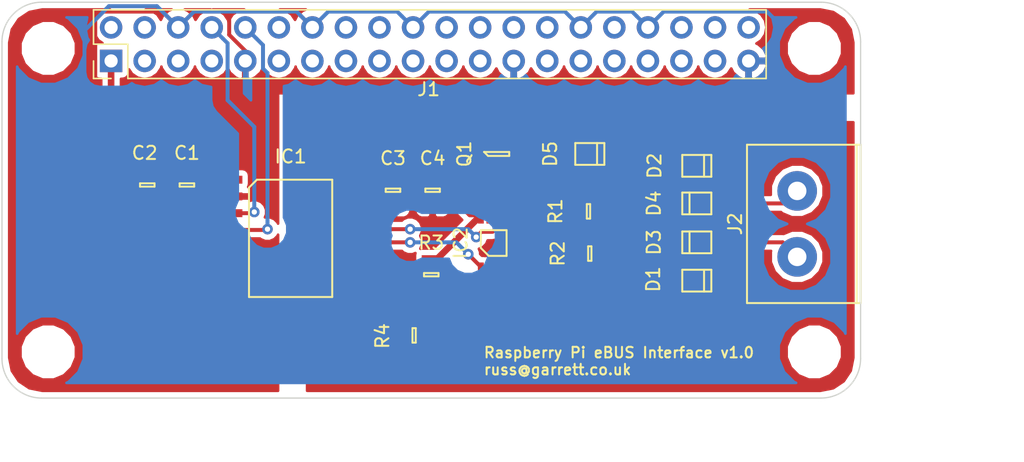
<source format=kicad_pcb>
(kicad_pcb (version 20170123) (host pcbnew "(2017-03-10 revision 23a23d3)-master")

  (general
    (links 48)
    (no_connects 0)
    (area 89.949999 89.624999 167.742607 126.595001)
    (thickness 1.6)
    (drawings 19)
    (tracks 135)
    (zones 0)
    (modules 22)
    (nets 48)
  )

  (page A4)
  (layers
    (0 F.Cu signal)
    (31 B.Cu signal)
    (32 B.Adhes user)
    (33 F.Adhes user)
    (34 B.Paste user)
    (35 F.Paste user)
    (36 B.SilkS user)
    (37 F.SilkS user)
    (38 B.Mask user)
    (39 F.Mask user)
    (40 Dwgs.User user)
    (41 Cmts.User user)
    (42 Eco1.User user)
    (43 Eco2.User user)
    (44 Edge.Cuts user)
    (45 Margin user)
    (46 B.CrtYd user)
    (47 F.CrtYd user)
    (48 B.Fab user)
    (49 F.Fab user)
  )

  (setup
    (last_trace_width 0.3)
    (trace_clearance 0.2)
    (zone_clearance 1)
    (zone_45_only no)
    (trace_min 0.2)
    (segment_width 0.2)
    (edge_width 0.2)
    (via_size 0.8)
    (via_drill 0.4)
    (via_min_size 0.4)
    (via_min_drill 0.3)
    (uvia_size 0.3)
    (uvia_drill 0.1)
    (uvias_allowed no)
    (uvia_min_size 0.2)
    (uvia_min_drill 0.1)
    (pcb_text_width 0.3)
    (pcb_text_size 1.5 1.5)
    (mod_edge_width 0.15)
    (mod_text_size 0.5 0.5)
    (mod_text_width 0.125)
    (pad_size 1.524 1.524)
    (pad_drill 0.762)
    (pad_to_mask_clearance 0)
    (aux_axis_origin 90 119.75)
    (grid_origin 90 119.75)
    (visible_elements FFFFFFFF)
    (pcbplotparams
      (layerselection 0x010f0_ffffffff)
      (usegerberextensions true)
      (excludeedgelayer true)
      (linewidth 0.100000)
      (plotframeref false)
      (viasonmask false)
      (mode 1)
      (useauxorigin false)
      (hpglpennumber 1)
      (hpglpenspeed 20)
      (hpglpendiameter 15)
      (psnegative false)
      (psa4output false)
      (plotreference true)
      (plotvalue true)
      (plotinvisibletext false)
      (padsonsilk false)
      (subtractmaskfromsilk false)
      (outputformat 1)
      (mirror false)
      (drillshape 0)
      (scaleselection 1)
      (outputdirectory gerbers/))
  )

  (net 0 "")
  (net 1 3v3)
  (net 2 GND)
  (net 3 "Net-(IC1-Pad3)")
  (net 4 "Net-(IC1-Pad4)")
  (net 5 "Net-(IC1-Pad7)")
  (net 6 AGND)
  (net 7 "Net-(IC1-Pad10)")
  (net 8 "Net-(IC1-Pad12)")
  (net 9 Rx)
  (net 10 Tx)
  (net 11 AVCC)
  (net 12 "Net-(IC2-Pad2)")
  (net 13 "Net-(IC2-Pad3)")
  (net 14 "Net-(IC2-Pad5)")
  (net 15 "Net-(J1-Pad40)")
  (net 16 "Net-(J1-Pad38)")
  (net 17 "Net-(J1-Pad37)")
  (net 18 "Net-(J1-Pad36)")
  (net 19 "Net-(J1-Pad35)")
  (net 20 "Net-(J1-Pad33)")
  (net 21 "Net-(J1-Pad32)")
  (net 22 "Net-(J1-Pad31)")
  (net 23 "Net-(J1-Pad29)")
  (net 24 "Net-(J1-Pad28)")
  (net 25 "Net-(J1-Pad27)")
  (net 26 "Net-(J1-Pad26)")
  (net 27 "Net-(J1-Pad24)")
  (net 28 "Net-(J1-Pad23)")
  (net 29 "Net-(J1-Pad22)")
  (net 30 "Net-(J1-Pad21)")
  (net 31 "Net-(J1-Pad19)")
  (net 32 "Net-(J1-Pad18)")
  (net 33 "Net-(J1-Pad17)")
  (net 34 "Net-(J1-Pad16)")
  (net 35 "Net-(J1-Pad15)")
  (net 36 "Net-(J1-Pad13)")
  (net 37 "Net-(J1-Pad12)")
  (net 38 "Net-(J1-Pad11)")
  (net 39 "Net-(J1-Pad7)")
  (net 40 "Net-(J1-Pad5)")
  (net 41 "Net-(J1-Pad4)")
  (net 42 "Net-(J1-Pad3)")
  (net 43 "Net-(J1-Pad2)")
  (net 44 EBus2)
  (net 45 EBus1)
  (net 46 Vbus)
  (net 47 "Net-(D5-Pad2)")

  (net_class Default "This is the default net class."
    (clearance 0.2)
    (trace_width 0.3)
    (via_dia 0.8)
    (via_drill 0.4)
    (uvia_dia 0.3)
    (uvia_drill 0.1)
    (add_net AGND)
    (add_net EBus1)
    (add_net EBus2)
    (add_net GND)
    (add_net "Net-(D5-Pad2)")
    (add_net "Net-(IC1-Pad10)")
    (add_net "Net-(IC1-Pad12)")
    (add_net "Net-(IC1-Pad3)")
    (add_net "Net-(IC1-Pad4)")
    (add_net "Net-(IC1-Pad7)")
    (add_net "Net-(IC2-Pad2)")
    (add_net "Net-(IC2-Pad3)")
    (add_net "Net-(IC2-Pad5)")
    (add_net "Net-(J1-Pad11)")
    (add_net "Net-(J1-Pad12)")
    (add_net "Net-(J1-Pad13)")
    (add_net "Net-(J1-Pad15)")
    (add_net "Net-(J1-Pad16)")
    (add_net "Net-(J1-Pad17)")
    (add_net "Net-(J1-Pad18)")
    (add_net "Net-(J1-Pad19)")
    (add_net "Net-(J1-Pad2)")
    (add_net "Net-(J1-Pad21)")
    (add_net "Net-(J1-Pad22)")
    (add_net "Net-(J1-Pad23)")
    (add_net "Net-(J1-Pad24)")
    (add_net "Net-(J1-Pad26)")
    (add_net "Net-(J1-Pad27)")
    (add_net "Net-(J1-Pad28)")
    (add_net "Net-(J1-Pad29)")
    (add_net "Net-(J1-Pad3)")
    (add_net "Net-(J1-Pad31)")
    (add_net "Net-(J1-Pad32)")
    (add_net "Net-(J1-Pad33)")
    (add_net "Net-(J1-Pad35)")
    (add_net "Net-(J1-Pad36)")
    (add_net "Net-(J1-Pad37)")
    (add_net "Net-(J1-Pad38)")
    (add_net "Net-(J1-Pad4)")
    (add_net "Net-(J1-Pad40)")
    (add_net "Net-(J1-Pad5)")
    (add_net "Net-(J1-Pad7)")
    (add_net Rx)
    (add_net Tx)
    (add_net Vbus)
  )

  (net_class Power ""
    (clearance 0.2)
    (trace_width 0.5)
    (via_dia 0.8)
    (via_drill 0.4)
    (uvia_dia 0.3)
    (uvia_drill 0.1)
    (add_net 3v3)
    (add_net AVCC)
  )

  (module Pin_Headers:Pin_Header_Straight_2x20_Pitch2.54mm (layer F.Cu) (tedit 58FA7749) (tstamp 5908C547)
    (at 98.26 94.2 90)
    (descr "Through hole straight pin header, 2x20, 2.54mm pitch, double rows")
    (tags "Through hole pin header THT 2x20 2.54mm double row")
    (path /58FA42C9)
    (fp_text reference J1 (at -2.15 24.04 180) (layer F.SilkS)
      (effects (font (size 1 1) (thickness 0.15)))
    )
    (fp_text value RASPBERRY-PI (at 1.27 50.59 90) (layer F.Fab) hide
      (effects (font (size 0.5 0.5) (thickness 0.125)))
    )
    (fp_text user %R (at 1.27 -2.33 90) (layer F.Fab)
      (effects (font (size 1 1) (thickness 0.15)))
    )
    (fp_line (start 4.35 -1.8) (end -1.8 -1.8) (layer F.CrtYd) (width 0.05))
    (fp_line (start 4.35 50.05) (end 4.35 -1.8) (layer F.CrtYd) (width 0.05))
    (fp_line (start -1.8 50.05) (end 4.35 50.05) (layer F.CrtYd) (width 0.05))
    (fp_line (start -1.8 -1.8) (end -1.8 50.05) (layer F.CrtYd) (width 0.05))
    (fp_line (start -1.33 -1.33) (end 0 -1.33) (layer F.SilkS) (width 0.12))
    (fp_line (start -1.33 0) (end -1.33 -1.33) (layer F.SilkS) (width 0.12))
    (fp_line (start 1.27 1.27) (end -1.33 1.27) (layer F.SilkS) (width 0.12))
    (fp_line (start 1.27 -1.33) (end 1.27 1.27) (layer F.SilkS) (width 0.12))
    (fp_line (start 3.87 -1.33) (end 1.27 -1.33) (layer F.SilkS) (width 0.12))
    (fp_line (start 3.87 49.59) (end 3.87 -1.33) (layer F.SilkS) (width 0.12))
    (fp_line (start -1.33 49.59) (end 3.87 49.59) (layer F.SilkS) (width 0.12))
    (fp_line (start -1.33 1.27) (end -1.33 49.59) (layer F.SilkS) (width 0.12))
    (fp_line (start 3.81 -1.27) (end -1.27 -1.27) (layer F.Fab) (width 0.1))
    (fp_line (start 3.81 49.53) (end 3.81 -1.27) (layer F.Fab) (width 0.1))
    (fp_line (start -1.27 49.53) (end 3.81 49.53) (layer F.Fab) (width 0.1))
    (fp_line (start -1.27 -1.27) (end -1.27 49.53) (layer F.Fab) (width 0.1))
    (pad 40 thru_hole oval (at 2.54 48.26 90) (size 1.7 1.7) (drill 1) (layers *.Cu *.Mask)
      (net 15 "Net-(J1-Pad40)"))
    (pad 39 thru_hole oval (at 0 48.26 90) (size 1.7 1.7) (drill 1) (layers *.Cu *.Mask)
      (net 2 GND))
    (pad 38 thru_hole oval (at 2.54 45.72 90) (size 1.7 1.7) (drill 1) (layers *.Cu *.Mask)
      (net 16 "Net-(J1-Pad38)"))
    (pad 37 thru_hole oval (at 0 45.72 90) (size 1.7 1.7) (drill 1) (layers *.Cu *.Mask)
      (net 17 "Net-(J1-Pad37)"))
    (pad 36 thru_hole oval (at 2.54 43.18 90) (size 1.7 1.7) (drill 1) (layers *.Cu *.Mask)
      (net 18 "Net-(J1-Pad36)"))
    (pad 35 thru_hole oval (at 0 43.18 90) (size 1.7 1.7) (drill 1) (layers *.Cu *.Mask)
      (net 19 "Net-(J1-Pad35)"))
    (pad 34 thru_hole oval (at 2.54 40.64 90) (size 1.7 1.7) (drill 1) (layers *.Cu *.Mask)
      (net 2 GND))
    (pad 33 thru_hole oval (at 0 40.64 90) (size 1.7 1.7) (drill 1) (layers *.Cu *.Mask)
      (net 20 "Net-(J1-Pad33)"))
    (pad 32 thru_hole oval (at 2.54 38.1 90) (size 1.7 1.7) (drill 1) (layers *.Cu *.Mask)
      (net 21 "Net-(J1-Pad32)"))
    (pad 31 thru_hole oval (at 0 38.1 90) (size 1.7 1.7) (drill 1) (layers *.Cu *.Mask)
      (net 22 "Net-(J1-Pad31)"))
    (pad 30 thru_hole oval (at 2.54 35.56 90) (size 1.7 1.7) (drill 1) (layers *.Cu *.Mask)
      (net 2 GND))
    (pad 29 thru_hole oval (at 0 35.56 90) (size 1.7 1.7) (drill 1) (layers *.Cu *.Mask)
      (net 23 "Net-(J1-Pad29)"))
    (pad 28 thru_hole oval (at 2.54 33.02 90) (size 1.7 1.7) (drill 1) (layers *.Cu *.Mask)
      (net 24 "Net-(J1-Pad28)"))
    (pad 27 thru_hole oval (at 0 33.02 90) (size 1.7 1.7) (drill 1) (layers *.Cu *.Mask)
      (net 25 "Net-(J1-Pad27)"))
    (pad 26 thru_hole oval (at 2.54 30.48 90) (size 1.7 1.7) (drill 1) (layers *.Cu *.Mask)
      (net 26 "Net-(J1-Pad26)"))
    (pad 25 thru_hole oval (at 0 30.48 90) (size 1.7 1.7) (drill 1) (layers *.Cu *.Mask)
      (net 2 GND))
    (pad 24 thru_hole oval (at 2.54 27.94 90) (size 1.7 1.7) (drill 1) (layers *.Cu *.Mask)
      (net 27 "Net-(J1-Pad24)"))
    (pad 23 thru_hole oval (at 0 27.94 90) (size 1.7 1.7) (drill 1) (layers *.Cu *.Mask)
      (net 28 "Net-(J1-Pad23)"))
    (pad 22 thru_hole oval (at 2.54 25.4 90) (size 1.7 1.7) (drill 1) (layers *.Cu *.Mask)
      (net 29 "Net-(J1-Pad22)"))
    (pad 21 thru_hole oval (at 0 25.4 90) (size 1.7 1.7) (drill 1) (layers *.Cu *.Mask)
      (net 30 "Net-(J1-Pad21)"))
    (pad 20 thru_hole oval (at 2.54 22.86 90) (size 1.7 1.7) (drill 1) (layers *.Cu *.Mask)
      (net 2 GND))
    (pad 19 thru_hole oval (at 0 22.86 90) (size 1.7 1.7) (drill 1) (layers *.Cu *.Mask)
      (net 31 "Net-(J1-Pad19)"))
    (pad 18 thru_hole oval (at 2.54 20.32 90) (size 1.7 1.7) (drill 1) (layers *.Cu *.Mask)
      (net 32 "Net-(J1-Pad18)"))
    (pad 17 thru_hole oval (at 0 20.32 90) (size 1.7 1.7) (drill 1) (layers *.Cu *.Mask)
      (net 33 "Net-(J1-Pad17)"))
    (pad 16 thru_hole oval (at 2.54 17.78 90) (size 1.7 1.7) (drill 1) (layers *.Cu *.Mask)
      (net 34 "Net-(J1-Pad16)"))
    (pad 15 thru_hole oval (at 0 17.78 90) (size 1.7 1.7) (drill 1) (layers *.Cu *.Mask)
      (net 35 "Net-(J1-Pad15)"))
    (pad 14 thru_hole oval (at 2.54 15.24 90) (size 1.7 1.7) (drill 1) (layers *.Cu *.Mask)
      (net 2 GND))
    (pad 13 thru_hole oval (at 0 15.24 90) (size 1.7 1.7) (drill 1) (layers *.Cu *.Mask)
      (net 36 "Net-(J1-Pad13)"))
    (pad 12 thru_hole oval (at 2.54 12.7 90) (size 1.7 1.7) (drill 1) (layers *.Cu *.Mask)
      (net 37 "Net-(J1-Pad12)"))
    (pad 11 thru_hole oval (at 0 12.7 90) (size 1.7 1.7) (drill 1) (layers *.Cu *.Mask)
      (net 38 "Net-(J1-Pad11)"))
    (pad 10 thru_hole oval (at 2.54 10.16 90) (size 1.7 1.7) (drill 1) (layers *.Cu *.Mask)
      (net 4 "Net-(IC1-Pad4)"))
    (pad 9 thru_hole oval (at 0 10.16 90) (size 1.7 1.7) (drill 1) (layers *.Cu *.Mask)
      (net 2 GND))
    (pad 8 thru_hole oval (at 2.54 7.62 90) (size 1.7 1.7) (drill 1) (layers *.Cu *.Mask)
      (net 3 "Net-(IC1-Pad3)"))
    (pad 7 thru_hole oval (at 0 7.62 90) (size 1.7 1.7) (drill 1) (layers *.Cu *.Mask)
      (net 39 "Net-(J1-Pad7)"))
    (pad 6 thru_hole oval (at 2.54 5.08 90) (size 1.7 1.7) (drill 1) (layers *.Cu *.Mask)
      (net 2 GND))
    (pad 5 thru_hole oval (at 0 5.08 90) (size 1.7 1.7) (drill 1) (layers *.Cu *.Mask)
      (net 40 "Net-(J1-Pad5)"))
    (pad 4 thru_hole oval (at 2.54 2.54 90) (size 1.7 1.7) (drill 1) (layers *.Cu *.Mask)
      (net 41 "Net-(J1-Pad4)"))
    (pad 3 thru_hole oval (at 0 2.54 90) (size 1.7 1.7) (drill 1) (layers *.Cu *.Mask)
      (net 42 "Net-(J1-Pad3)"))
    (pad 2 thru_hole oval (at 2.54 0 90) (size 1.7 1.7) (drill 1) (layers *.Cu *.Mask)
      (net 43 "Net-(J1-Pad2)"))
    (pad 1 thru_hole rect (at 0 0 90) (size 1.7 1.7) (drill 1) (layers *.Cu *.Mask)
      (net 1 3v3))
    (model ${KISYS3DMOD}/Pin_Headers.3dshapes/Pin_Header_Straight_2x20_Pitch2.54mm.wrl
      (at (xyz 0.05 -0.95 0))
      (scale (xyz 1 1 1))
      (rotate (xyz 0 0 90))
    )
  )

  (module agg:SOIC-16-W (layer F.Cu) (tedit 58FF6E38) (tstamp 5908C4D8)
    (at 111.85 107.645)
    (path /58F8F4C9)
    (fp_text reference IC1 (at 0 -6.2) (layer F.SilkS)
      (effects (font (size 1 1) (thickness 0.15)))
    )
    (fp_text value ADuM5201 (at 0 6.2) (layer F.Fab)
      (effects (font (size 0.5 0.5) (thickness 0.125)))
    )
    (fp_line (start -3.8 -5.25) (end 3.8 -5.25) (layer F.Fab) (width 0.01))
    (fp_line (start 3.8 -5.25) (end 3.8 5.25) (layer F.Fab) (width 0.01))
    (fp_line (start 3.8 5.25) (end -3.8 5.25) (layer F.Fab) (width 0.01))
    (fp_line (start -3.8 5.25) (end -3.8 -5.25) (layer F.Fab) (width 0.01))
    (fp_circle (center -3 -4.45) (end -3 -4.05) (layer F.Fab) (width 0.01))
    (fp_line (start -5.3 -4.695) (end -3.8 -4.695) (layer F.Fab) (width 0.01))
    (fp_line (start -3.8 -4.195) (end -5.3 -4.195) (layer F.Fab) (width 0.01))
    (fp_line (start -5.3 -4.195) (end -5.3 -4.695) (layer F.Fab) (width 0.01))
    (fp_line (start -5.3 -3.425) (end -3.8 -3.425) (layer F.Fab) (width 0.01))
    (fp_line (start -3.8 -2.925) (end -5.3 -2.925) (layer F.Fab) (width 0.01))
    (fp_line (start -5.3 -2.925) (end -5.3 -3.425) (layer F.Fab) (width 0.01))
    (fp_line (start -5.3 -2.155) (end -3.8 -2.155) (layer F.Fab) (width 0.01))
    (fp_line (start -3.8 -1.655) (end -5.3 -1.655) (layer F.Fab) (width 0.01))
    (fp_line (start -5.3 -1.655) (end -5.3 -2.155) (layer F.Fab) (width 0.01))
    (fp_line (start -5.3 -0.885) (end -3.8 -0.885) (layer F.Fab) (width 0.01))
    (fp_line (start -3.8 -0.385) (end -5.3 -0.385) (layer F.Fab) (width 0.01))
    (fp_line (start -5.3 -0.385) (end -5.3 -0.885) (layer F.Fab) (width 0.01))
    (fp_line (start -5.3 0.385) (end -3.8 0.385) (layer F.Fab) (width 0.01))
    (fp_line (start -3.8 0.885) (end -5.3 0.885) (layer F.Fab) (width 0.01))
    (fp_line (start -5.3 0.885) (end -5.3 0.385) (layer F.Fab) (width 0.01))
    (fp_line (start -5.3 1.655) (end -3.8 1.655) (layer F.Fab) (width 0.01))
    (fp_line (start -3.8 2.155) (end -5.3 2.155) (layer F.Fab) (width 0.01))
    (fp_line (start -5.3 2.155) (end -5.3 1.655) (layer F.Fab) (width 0.01))
    (fp_line (start -5.3 2.925) (end -3.8 2.925) (layer F.Fab) (width 0.01))
    (fp_line (start -3.8 3.425) (end -5.3 3.425) (layer F.Fab) (width 0.01))
    (fp_line (start -5.3 3.425) (end -5.3 2.925) (layer F.Fab) (width 0.01))
    (fp_line (start -5.3 4.195) (end -3.8 4.195) (layer F.Fab) (width 0.01))
    (fp_line (start -3.8 4.695) (end -5.3 4.695) (layer F.Fab) (width 0.01))
    (fp_line (start -5.3 4.695) (end -5.3 4.195) (layer F.Fab) (width 0.01))
    (fp_line (start 3.8 4.195) (end 5.3 4.195) (layer F.Fab) (width 0.01))
    (fp_line (start 5.3 4.195) (end 5.3 4.695) (layer F.Fab) (width 0.01))
    (fp_line (start 5.3 4.695) (end 3.8 4.695) (layer F.Fab) (width 0.01))
    (fp_line (start 3.8 2.925) (end 5.3 2.925) (layer F.Fab) (width 0.01))
    (fp_line (start 5.3 2.925) (end 5.3 3.425) (layer F.Fab) (width 0.01))
    (fp_line (start 5.3 3.425) (end 3.8 3.425) (layer F.Fab) (width 0.01))
    (fp_line (start 3.8 1.655) (end 5.3 1.655) (layer F.Fab) (width 0.01))
    (fp_line (start 5.3 1.655) (end 5.3 2.155) (layer F.Fab) (width 0.01))
    (fp_line (start 5.3 2.155) (end 3.8 2.155) (layer F.Fab) (width 0.01))
    (fp_line (start 3.8 0.385) (end 5.3 0.385) (layer F.Fab) (width 0.01))
    (fp_line (start 5.3 0.385) (end 5.3 0.885) (layer F.Fab) (width 0.01))
    (fp_line (start 5.3 0.885) (end 3.8 0.885) (layer F.Fab) (width 0.01))
    (fp_line (start 3.8 -0.885) (end 5.3 -0.885) (layer F.Fab) (width 0.01))
    (fp_line (start 5.3 -0.885) (end 5.3 -0.385) (layer F.Fab) (width 0.01))
    (fp_line (start 5.3 -0.385) (end 3.8 -0.385) (layer F.Fab) (width 0.01))
    (fp_line (start 3.8 -2.155) (end 5.3 -2.155) (layer F.Fab) (width 0.01))
    (fp_line (start 5.3 -2.155) (end 5.3 -1.655) (layer F.Fab) (width 0.01))
    (fp_line (start 5.3 -1.655) (end 3.8 -1.655) (layer F.Fab) (width 0.01))
    (fp_line (start 3.8 -3.425) (end 5.3 -3.425) (layer F.Fab) (width 0.01))
    (fp_line (start 5.3 -3.425) (end 5.3 -2.925) (layer F.Fab) (width 0.01))
    (fp_line (start 5.3 -2.925) (end 3.8 -2.925) (layer F.Fab) (width 0.01))
    (fp_line (start 3.8 -4.695) (end 5.3 -4.695) (layer F.Fab) (width 0.01))
    (fp_line (start 5.3 -4.695) (end 5.3 -4.195) (layer F.Fab) (width 0.01))
    (fp_line (start 5.3 -4.195) (end 3.8 -4.195) (layer F.Fab) (width 0.01))
    (fp_line (start -2.55 -4.445) (end 3.15 -4.445) (layer F.SilkS) (width 0.15))
    (fp_line (start 3.15 -4.445) (end 3.15 4.445) (layer F.SilkS) (width 0.15))
    (fp_line (start 3.15 4.445) (end -3.15 4.445) (layer F.SilkS) (width 0.15))
    (fp_line (start -3.15 4.445) (end -3.15 -3.845) (layer F.SilkS) (width 0.15))
    (fp_line (start -3.15 -3.845) (end -2.55 -4.445) (layer F.SilkS) (width 0.15))
    (fp_line (start -5.9 -5.5) (end 5.9 -5.5) (layer F.CrtYd) (width 0.01))
    (fp_line (start 5.9 -5.5) (end 5.9 5.5) (layer F.CrtYd) (width 0.01))
    (fp_line (start 5.9 5.5) (end -5.9 5.5) (layer F.CrtYd) (width 0.01))
    (fp_line (start -5.9 5.5) (end -5.9 -5.5) (layer F.CrtYd) (width 0.01))
    (pad 1 smd rect (at -4.65 -4.445) (size 2 0.6) (layers F.Cu F.Paste F.Mask)
      (net 1 3v3))
    (pad 2 smd rect (at -4.65 -3.175) (size 2 0.6) (layers F.Cu F.Paste F.Mask)
      (net 2 GND))
    (pad 3 smd rect (at -4.65 -1.905) (size 2 0.6) (layers F.Cu F.Paste F.Mask)
      (net 3 "Net-(IC1-Pad3)"))
    (pad 4 smd rect (at -4.65 -0.635) (size 2 0.6) (layers F.Cu F.Paste F.Mask)
      (net 4 "Net-(IC1-Pad4)"))
    (pad 5 smd rect (at -4.65 0.635) (size 2 0.6) (layers F.Cu F.Paste F.Mask)
      (net 2 GND))
    (pad 6 smd rect (at -4.65 1.905) (size 2 0.6) (layers F.Cu F.Paste F.Mask)
      (net 1 3v3))
    (pad 7 smd rect (at -4.65 3.175) (size 2 0.6) (layers F.Cu F.Paste F.Mask)
      (net 5 "Net-(IC1-Pad7)"))
    (pad 8 smd rect (at -4.65 4.445) (size 2 0.6) (layers F.Cu F.Paste F.Mask)
      (net 2 GND))
    (pad 9 smd rect (at 4.65 4.445) (size 2 0.6) (layers F.Cu F.Paste F.Mask)
      (net 6 AGND))
    (pad 10 smd rect (at 4.65 3.175) (size 2 0.6) (layers F.Cu F.Paste F.Mask)
      (net 7 "Net-(IC1-Pad10)"))
    (pad 11 smd rect (at 4.65 1.905) (size 2 0.6) (layers F.Cu F.Paste F.Mask)
      (net 6 AGND))
    (pad 12 smd rect (at 4.65 0.635) (size 2 0.6) (layers F.Cu F.Paste F.Mask)
      (net 8 "Net-(IC1-Pad12)"))
    (pad 13 smd rect (at 4.65 -0.635) (size 2 0.6) (layers F.Cu F.Paste F.Mask)
      (net 9 Rx))
    (pad 14 smd rect (at 4.65 -1.905) (size 2 0.6) (layers F.Cu F.Paste F.Mask)
      (net 10 Tx))
    (pad 15 smd rect (at 4.65 -3.175) (size 2 0.6) (layers F.Cu F.Paste F.Mask)
      (net 6 AGND))
    (pad 16 smd rect (at 4.65 -4.445) (size 2 0.6) (layers F.Cu F.Paste F.Mask)
      (net 11 AVCC))
    (model ${KISYS3DMOD}/Housings_SOIC.3dshapes/SOIC-16_7.5x10.3mm_Pitch1.27mm.wrl
      (at (xyz 0 0 0))
      (scale (xyz 1 1 1))
      (rotate (xyz 0 0 0))
    )
  )

  (module agg:M3_HOLE (layer F.Cu) (tedit 5681D11A) (tstamp 59119AC1)
    (at 151.5 116.25)
    (fp_text reference REF** (at 0 -2.5) (layer F.Fab) hide
      (effects (font (size 1 1) (thickness 0.15)))
    )
    (fp_text value M3_HOLE (at 0 2.5) (layer F.Fab) hide
      (effects (font (size 0.5 0.5) (thickness 0.125)))
    )
    (fp_line (start -1.8 -1.8) (end 1.8 -1.8) (layer F.CrtYd) (width 0.01))
    (fp_line (start 1.8 -1.8) (end 1.8 1.8) (layer F.CrtYd) (width 0.01))
    (fp_line (start 1.8 1.8) (end -1.8 1.8) (layer F.CrtYd) (width 0.01))
    (fp_line (start -1.8 1.8) (end -1.8 -1.8) (layer F.CrtYd) (width 0.01))
    (pad "" np_thru_hole circle (at 0 0) (size 3.2 3.2) (drill 3.2) (layers *.Cu F.Mask))
  )

  (module agg:M3_HOLE (layer F.Cu) (tedit 5681D11A) (tstamp 59119A83)
    (at 151.5 93.25)
    (fp_text reference REF** (at 0 -2.5) (layer F.Fab) hide
      (effects (font (size 1 1) (thickness 0.15)))
    )
    (fp_text value M3_HOLE (at 0 2.5) (layer F.Fab) hide
      (effects (font (size 0.5 0.5) (thickness 0.125)))
    )
    (fp_line (start -1.8 -1.8) (end 1.8 -1.8) (layer F.CrtYd) (width 0.01))
    (fp_line (start 1.8 -1.8) (end 1.8 1.8) (layer F.CrtYd) (width 0.01))
    (fp_line (start 1.8 1.8) (end -1.8 1.8) (layer F.CrtYd) (width 0.01))
    (fp_line (start -1.8 1.8) (end -1.8 -1.8) (layer F.CrtYd) (width 0.01))
    (pad "" np_thru_hole circle (at 0 0) (size 3.2 3.2) (drill 3.2) (layers *.Cu F.Mask))
  )

  (module agg:M3_HOLE (layer F.Cu) (tedit 5681D11A) (tstamp 59119A69)
    (at 93.5 116.25)
    (fp_text reference REF** (at 0 -2.5) (layer F.Fab) hide
      (effects (font (size 1 1) (thickness 0.15)))
    )
    (fp_text value M3_HOLE (at 0 2.5) (layer F.Fab) hide
      (effects (font (size 0.5 0.5) (thickness 0.125)))
    )
    (fp_line (start -1.8 -1.8) (end 1.8 -1.8) (layer F.CrtYd) (width 0.01))
    (fp_line (start 1.8 -1.8) (end 1.8 1.8) (layer F.CrtYd) (width 0.01))
    (fp_line (start 1.8 1.8) (end -1.8 1.8) (layer F.CrtYd) (width 0.01))
    (fp_line (start -1.8 1.8) (end -1.8 -1.8) (layer F.CrtYd) (width 0.01))
    (pad "" np_thru_hole circle (at 0 0) (size 3.2 3.2) (drill 3.2) (layers *.Cu F.Mask))
  )

  (module agg:M3_HOLE (layer F.Cu) (tedit 5681D11A) (tstamp 59119603)
    (at 93.5 93.25)
    (fp_text reference REF** (at 0.2 -2.5) (layer F.Fab) hide
      (effects (font (size 1 1) (thickness 0.15)))
    )
    (fp_text value M3_HOLE (at 0 2.5) (layer F.Fab) hide
      (effects (font (size 0.5 0.5) (thickness 0.125)))
    )
    (fp_line (start -1.8 -1.8) (end 1.8 -1.8) (layer F.CrtYd) (width 0.01))
    (fp_line (start 1.8 -1.8) (end 1.8 1.8) (layer F.CrtYd) (width 0.01))
    (fp_line (start 1.8 1.8) (end -1.8 1.8) (layer F.CrtYd) (width 0.01))
    (fp_line (start -1.8 1.8) (end -1.8 -1.8) (layer F.CrtYd) (width 0.01))
    (pad "" np_thru_hole circle (at 0 0) (size 3.2 3.2) (drill 3.2) (layers *.Cu F.Mask))
  )

  (module agg:MSOP-8 (layer F.Cu) (tedit 58FF6E1C) (tstamp 5908C50A)
    (at 127.225 108 90)
    (path /58F8F156)
    (fp_text reference IC2 (at 0 -2.5 90) (layer F.SilkS)
      (effects (font (size 1 1) (thickness 0.15)))
    )
    (fp_text value AD8542 (at 0 2.5 90) (layer F.Fab)
      (effects (font (size 0.5 0.5) (thickness 0.125)))
    )
    (fp_line (start -1.55 -1.55) (end 1.55 -1.55) (layer F.Fab) (width 0.01))
    (fp_line (start 1.55 -1.55) (end 1.55 1.55) (layer F.Fab) (width 0.01))
    (fp_line (start 1.55 1.55) (end -1.55 1.55) (layer F.Fab) (width 0.01))
    (fp_line (start -1.55 1.55) (end -1.55 -1.55) (layer F.Fab) (width 0.01))
    (fp_circle (center -0.75 -0.75) (end -0.75 -0.35) (layer F.Fab) (width 0.01))
    (fp_line (start -2.55 -1.165) (end -1.55 -1.165) (layer F.Fab) (width 0.01))
    (fp_line (start -1.55 -0.785) (end -2.55 -0.785) (layer F.Fab) (width 0.01))
    (fp_line (start -2.55 -0.785) (end -2.55 -1.165) (layer F.Fab) (width 0.01))
    (fp_line (start -2.55 -0.515) (end -1.55 -0.515) (layer F.Fab) (width 0.01))
    (fp_line (start -1.55 -0.135) (end -2.55 -0.135) (layer F.Fab) (width 0.01))
    (fp_line (start -2.55 -0.135) (end -2.55 -0.515) (layer F.Fab) (width 0.01))
    (fp_line (start -2.55 0.135) (end -1.55 0.135) (layer F.Fab) (width 0.01))
    (fp_line (start -1.55 0.515) (end -2.55 0.515) (layer F.Fab) (width 0.01))
    (fp_line (start -2.55 0.515) (end -2.55 0.135) (layer F.Fab) (width 0.01))
    (fp_line (start -2.55 0.785) (end -1.55 0.785) (layer F.Fab) (width 0.01))
    (fp_line (start -1.55 1.165) (end -2.55 1.165) (layer F.Fab) (width 0.01))
    (fp_line (start -2.55 1.165) (end -2.55 0.785) (layer F.Fab) (width 0.01))
    (fp_line (start 1.55 0.785) (end 2.55 0.785) (layer F.Fab) (width 0.01))
    (fp_line (start 2.55 0.785) (end 2.55 1.165) (layer F.Fab) (width 0.01))
    (fp_line (start 2.55 1.165) (end 1.55 1.165) (layer F.Fab) (width 0.01))
    (fp_line (start 1.55 0.135) (end 2.55 0.135) (layer F.Fab) (width 0.01))
    (fp_line (start 2.55 0.135) (end 2.55 0.515) (layer F.Fab) (width 0.01))
    (fp_line (start 2.55 0.515) (end 1.55 0.515) (layer F.Fab) (width 0.01))
    (fp_line (start 1.55 -0.515) (end 2.55 -0.515) (layer F.Fab) (width 0.01))
    (fp_line (start 2.55 -0.515) (end 2.55 -0.135) (layer F.Fab) (width 0.01))
    (fp_line (start 2.55 -0.135) (end 1.55 -0.135) (layer F.Fab) (width 0.01))
    (fp_line (start 1.55 -1.165) (end 2.55 -1.165) (layer F.Fab) (width 0.01))
    (fp_line (start 2.55 -1.165) (end 2.55 -0.785) (layer F.Fab) (width 0.01))
    (fp_line (start 2.55 -0.785) (end 1.55 -0.785) (layer F.Fab) (width 0.01))
    (fp_line (start -0.375 -0.975) (end 0.975 -0.975) (layer F.SilkS) (width 0.15))
    (fp_line (start 0.975 -0.975) (end 0.975 0.975) (layer F.SilkS) (width 0.15))
    (fp_line (start 0.975 0.975) (end -0.975 0.975) (layer F.SilkS) (width 0.15))
    (fp_line (start -0.975 0.975) (end -0.975 -0.375) (layer F.SilkS) (width 0.15))
    (fp_line (start -0.975 -0.375) (end -0.375 -0.975) (layer F.SilkS) (width 0.15))
    (fp_line (start -3.2 -1.8) (end 3.2 -1.8) (layer F.CrtYd) (width 0.01))
    (fp_line (start 3.2 -1.8) (end 3.2 1.8) (layer F.CrtYd) (width 0.01))
    (fp_line (start 3.2 1.8) (end -3.2 1.8) (layer F.CrtYd) (width 0.01))
    (fp_line (start -3.2 1.8) (end -3.2 -1.8) (layer F.CrtYd) (width 0.01))
    (pad 1 smd rect (at -2.2 -0.975 90) (size 1.45 0.45) (layers F.Cu F.Paste F.Mask)
      (net 9 Rx))
    (pad 2 smd rect (at -2.2 -0.325 90) (size 1.45 0.45) (layers F.Cu F.Paste F.Mask)
      (net 12 "Net-(IC2-Pad2)"))
    (pad 3 smd rect (at -2.2 0.325 90) (size 1.45 0.45) (layers F.Cu F.Paste F.Mask)
      (net 13 "Net-(IC2-Pad3)"))
    (pad 4 smd rect (at -2.2 0.975 90) (size 1.45 0.45) (layers F.Cu F.Paste F.Mask)
      (net 6 AGND))
    (pad 5 smd rect (at 2.2 0.975 90) (size 1.45 0.45) (layers F.Cu F.Paste F.Mask)
      (net 14 "Net-(IC2-Pad5)"))
    (pad 6 smd rect (at 2.2 0.325 90) (size 1.45 0.45) (layers F.Cu F.Paste F.Mask)
      (net 10 Tx))
    (pad 7 smd rect (at 2.2 -0.325 90) (size 1.45 0.45) (layers F.Cu F.Paste F.Mask)
      (net 14 "Net-(IC2-Pad5)"))
    (pad 8 smd rect (at 2.2 -0.975 90) (size 1.45 0.45) (layers F.Cu F.Paste F.Mask)
      (net 11 AVCC))
    (model ${KISYS3DMOD}/Housings_SSOP.3dshapes/MSOP-8_3x3mm_Pitch0.65mm.wrl
      (at (xyz 0 0 0))
      (scale (xyz 1 1 1))
      (rotate (xyz 0 0 0))
    )
  )

  (module agg:0805 (layer F.Cu) (tedit 58FF6E3C) (tstamp 590E9271)
    (at 104 103.6 270)
    (path /58F9109B)
    (fp_text reference C1 (at -2.425 0 180) (layer F.SilkS)
      (effects (font (size 1 1) (thickness 0.15)))
    )
    (fp_text value 100n (at 2.425 0) (layer F.Fab)
      (effects (font (size 0.5 0.5) (thickness 0.125)))
    )
    (fp_line (start -1.75 1) (end -1.75 -1) (layer F.CrtYd) (width 0.01))
    (fp_line (start 1.75 1) (end -1.75 1) (layer F.CrtYd) (width 0.01))
    (fp_line (start 1.75 -1) (end 1.75 1) (layer F.CrtYd) (width 0.01))
    (fp_line (start -1.75 -1) (end 1.75 -1) (layer F.CrtYd) (width 0.01))
    (fp_line (start -0.125 0.55) (end -0.125 -0.55) (layer F.SilkS) (width 0.15))
    (fp_line (start 0.125 0.55) (end -0.125 0.55) (layer F.SilkS) (width 0.15))
    (fp_line (start 0.125 -0.55) (end 0.125 0.55) (layer F.SilkS) (width 0.15))
    (fp_line (start -0.125 -0.55) (end 0.125 -0.55) (layer F.SilkS) (width 0.15))
    (fp_line (start 0.5 -0.625) (end 0.5 0.625) (layer F.Fab) (width 0.01))
    (fp_line (start -0.5 -0.625) (end -0.5 0.625) (layer F.Fab) (width 0.01))
    (fp_line (start -1 0.625) (end -1 -0.625) (layer F.Fab) (width 0.01))
    (fp_line (start 1 0.625) (end -1 0.625) (layer F.Fab) (width 0.01))
    (fp_line (start 1 -0.625) (end 1 0.625) (layer F.Fab) (width 0.01))
    (fp_line (start -1 -0.625) (end 1 -0.625) (layer F.Fab) (width 0.01))
    (pad 2 smd rect (at 0.9 0 270) (size 1.15 1.45) (layers F.Cu F.Paste F.Mask)
      (net 2 GND))
    (pad 1 smd rect (at -0.9 0 270) (size 1.15 1.45) (layers F.Cu F.Paste F.Mask)
      (net 1 3v3))
    (model ${KISYS3DMOD}/Resistors_SMD.3dshapes/R_0805.wrl
      (at (xyz 0 0 0))
      (scale (xyz 1 1 1))
      (rotate (xyz 0 0 0))
    )
  )

  (module agg:0805 (layer F.Cu) (tedit 58FF6E40) (tstamp 590E9285)
    (at 101 103.6 270)
    (path /58F9102B)
    (fp_text reference C2 (at -2.425 0.2 180) (layer F.SilkS)
      (effects (font (size 1 1) (thickness 0.15)))
    )
    (fp_text value 10u (at 2.425 0) (layer F.Fab)
      (effects (font (size 0.5 0.5) (thickness 0.125)))
    )
    (fp_line (start -1 -0.625) (end 1 -0.625) (layer F.Fab) (width 0.01))
    (fp_line (start 1 -0.625) (end 1 0.625) (layer F.Fab) (width 0.01))
    (fp_line (start 1 0.625) (end -1 0.625) (layer F.Fab) (width 0.01))
    (fp_line (start -1 0.625) (end -1 -0.625) (layer F.Fab) (width 0.01))
    (fp_line (start -0.5 -0.625) (end -0.5 0.625) (layer F.Fab) (width 0.01))
    (fp_line (start 0.5 -0.625) (end 0.5 0.625) (layer F.Fab) (width 0.01))
    (fp_line (start -0.125 -0.55) (end 0.125 -0.55) (layer F.SilkS) (width 0.15))
    (fp_line (start 0.125 -0.55) (end 0.125 0.55) (layer F.SilkS) (width 0.15))
    (fp_line (start 0.125 0.55) (end -0.125 0.55) (layer F.SilkS) (width 0.15))
    (fp_line (start -0.125 0.55) (end -0.125 -0.55) (layer F.SilkS) (width 0.15))
    (fp_line (start -1.75 -1) (end 1.75 -1) (layer F.CrtYd) (width 0.01))
    (fp_line (start 1.75 -1) (end 1.75 1) (layer F.CrtYd) (width 0.01))
    (fp_line (start 1.75 1) (end -1.75 1) (layer F.CrtYd) (width 0.01))
    (fp_line (start -1.75 1) (end -1.75 -1) (layer F.CrtYd) (width 0.01))
    (pad 1 smd rect (at -0.9 0 270) (size 1.15 1.45) (layers F.Cu F.Paste F.Mask)
      (net 1 3v3))
    (pad 2 smd rect (at 0.9 0 270) (size 1.15 1.45) (layers F.Cu F.Paste F.Mask)
      (net 2 GND))
    (model ${KISYS3DMOD}/Resistors_SMD.3dshapes/R_0805.wrl
      (at (xyz 0 0 0))
      (scale (xyz 1 1 1))
      (rotate (xyz 0 0 0))
    )
  )

  (module agg:0805 (layer F.Cu) (tedit 58FF6E2E) (tstamp 590E9299)
    (at 119.6 104 270)
    (path /58F90F3E)
    (fp_text reference C3 (at -2.425 0 180) (layer F.SilkS)
      (effects (font (size 1 1) (thickness 0.15)))
    )
    (fp_text value 100n (at 2.425 0) (layer F.Fab)
      (effects (font (size 0.5 0.5) (thickness 0.125)))
    )
    (fp_line (start -1 -0.625) (end 1 -0.625) (layer F.Fab) (width 0.01))
    (fp_line (start 1 -0.625) (end 1 0.625) (layer F.Fab) (width 0.01))
    (fp_line (start 1 0.625) (end -1 0.625) (layer F.Fab) (width 0.01))
    (fp_line (start -1 0.625) (end -1 -0.625) (layer F.Fab) (width 0.01))
    (fp_line (start -0.5 -0.625) (end -0.5 0.625) (layer F.Fab) (width 0.01))
    (fp_line (start 0.5 -0.625) (end 0.5 0.625) (layer F.Fab) (width 0.01))
    (fp_line (start -0.125 -0.55) (end 0.125 -0.55) (layer F.SilkS) (width 0.15))
    (fp_line (start 0.125 -0.55) (end 0.125 0.55) (layer F.SilkS) (width 0.15))
    (fp_line (start 0.125 0.55) (end -0.125 0.55) (layer F.SilkS) (width 0.15))
    (fp_line (start -0.125 0.55) (end -0.125 -0.55) (layer F.SilkS) (width 0.15))
    (fp_line (start -1.75 -1) (end 1.75 -1) (layer F.CrtYd) (width 0.01))
    (fp_line (start 1.75 -1) (end 1.75 1) (layer F.CrtYd) (width 0.01))
    (fp_line (start 1.75 1) (end -1.75 1) (layer F.CrtYd) (width 0.01))
    (fp_line (start -1.75 1) (end -1.75 -1) (layer F.CrtYd) (width 0.01))
    (pad 1 smd rect (at -0.9 0 270) (size 1.15 1.45) (layers F.Cu F.Paste F.Mask)
      (net 11 AVCC))
    (pad 2 smd rect (at 0.9 0 270) (size 1.15 1.45) (layers F.Cu F.Paste F.Mask)
      (net 6 AGND))
    (model ${KISYS3DMOD}/Resistors_SMD.3dshapes/R_0805.wrl
      (at (xyz 0 0 0))
      (scale (xyz 1 1 1))
      (rotate (xyz 0 0 0))
    )
  )

  (module agg:0805 (layer F.Cu) (tedit 58FF6E2A) (tstamp 590E92AD)
    (at 122.6 104 270)
    (path /58F90FB9)
    (fp_text reference C4 (at -2.425 0 180) (layer F.SilkS)
      (effects (font (size 1 1) (thickness 0.15)))
    )
    (fp_text value 10u (at 2.425 0) (layer F.Fab)
      (effects (font (size 0.5 0.5) (thickness 0.125)))
    )
    (fp_line (start -1.75 1) (end -1.75 -1) (layer F.CrtYd) (width 0.01))
    (fp_line (start 1.75 1) (end -1.75 1) (layer F.CrtYd) (width 0.01))
    (fp_line (start 1.75 -1) (end 1.75 1) (layer F.CrtYd) (width 0.01))
    (fp_line (start -1.75 -1) (end 1.75 -1) (layer F.CrtYd) (width 0.01))
    (fp_line (start -0.125 0.55) (end -0.125 -0.55) (layer F.SilkS) (width 0.15))
    (fp_line (start 0.125 0.55) (end -0.125 0.55) (layer F.SilkS) (width 0.15))
    (fp_line (start 0.125 -0.55) (end 0.125 0.55) (layer F.SilkS) (width 0.15))
    (fp_line (start -0.125 -0.55) (end 0.125 -0.55) (layer F.SilkS) (width 0.15))
    (fp_line (start 0.5 -0.625) (end 0.5 0.625) (layer F.Fab) (width 0.01))
    (fp_line (start -0.5 -0.625) (end -0.5 0.625) (layer F.Fab) (width 0.01))
    (fp_line (start -1 0.625) (end -1 -0.625) (layer F.Fab) (width 0.01))
    (fp_line (start 1 0.625) (end -1 0.625) (layer F.Fab) (width 0.01))
    (fp_line (start 1 -0.625) (end 1 0.625) (layer F.Fab) (width 0.01))
    (fp_line (start -1 -0.625) (end 1 -0.625) (layer F.Fab) (width 0.01))
    (pad 2 smd rect (at 0.9 0 270) (size 1.15 1.45) (layers F.Cu F.Paste F.Mask)
      (net 6 AGND))
    (pad 1 smd rect (at -0.9 0 270) (size 1.15 1.45) (layers F.Cu F.Paste F.Mask)
      (net 11 AVCC))
    (model ${KISYS3DMOD}/Resistors_SMD.3dshapes/R_0805.wrl
      (at (xyz 0 0 0))
      (scale (xyz 1 1 1))
      (rotate (xyz 0 0 0))
    )
  )

  (module agg:SOD-123 (layer F.Cu) (tedit 58FF6D70) (tstamp 590E92C7)
    (at 142.6 110.85 180)
    (path /58F73732)
    (fp_text reference D1 (at 3.3 0.1 270) (layer F.SilkS)
      (effects (font (size 1 1) (thickness 0.15)))
    )
    (fp_text value LL4148 (at -3.2 0 270) (layer F.Fab) hide
      (effects (font (size 0.5 0.5) (thickness 0.125)))
    )
    (fp_line (start -2.55 1.15) (end -2.55 -1.15) (layer F.CrtYd) (width 0.01))
    (fp_line (start 2.55 1.15) (end -2.55 1.15) (layer F.CrtYd) (width 0.01))
    (fp_line (start 2.55 -1.15) (end 2.55 1.15) (layer F.CrtYd) (width 0.01))
    (fp_line (start -2.55 -1.15) (end 2.55 -1.15) (layer F.CrtYd) (width 0.01))
    (fp_line (start -0.55 -0.825) (end -0.55 0.825) (layer F.SilkS) (width 0.15))
    (fp_line (start -1.1 0.825) (end -1.1 -0.825) (layer F.SilkS) (width 0.15))
    (fp_line (start 1.1 0.825) (end -1.1 0.825) (layer F.SilkS) (width 0.15))
    (fp_line (start 1.1 -0.825) (end 1.1 0.825) (layer F.SilkS) (width 0.15))
    (fp_line (start -1.1 -0.825) (end 1.1 -0.825) (layer F.SilkS) (width 0.15))
    (fp_line (start 1.9 0.35) (end 1.4 0.35) (layer F.Fab) (width 0.01))
    (fp_line (start 1.9 -0.35) (end 1.4 -0.35) (layer F.Fab) (width 0.01))
    (fp_line (start 1.9 -0.35) (end 1.9 0.35) (layer F.Fab) (width 0.01))
    (fp_line (start -1.9 0.35) (end -1.4 0.35) (layer F.Fab) (width 0.01))
    (fp_line (start -1.9 -0.35) (end -1.4 -0.35) (layer F.Fab) (width 0.01))
    (fp_line (start -1.9 -0.35) (end -1.9 0.35) (layer F.Fab) (width 0.01))
    (fp_line (start -0.7 -0.9) (end -0.7 0.9) (layer F.Fab) (width 0.01))
    (fp_line (start -1.4 0.9) (end -1.4 -0.9) (layer F.Fab) (width 0.01))
    (fp_line (start 1.4 0.9) (end -1.4 0.9) (layer F.Fab) (width 0.01))
    (fp_line (start 1.4 -0.9) (end 1.4 0.9) (layer F.Fab) (width 0.01))
    (fp_line (start -1.4 -0.9) (end 1.4 -0.9) (layer F.Fab) (width 0.01))
    (pad 2 smd rect (at 1.8 0 180) (size 1 0.8) (layers F.Cu F.Paste F.Mask)
      (net 6 AGND))
    (pad 1 smd rect (at -1.8 0 180) (size 1 0.8) (layers F.Cu F.Paste F.Mask)
      (net 44 EBus2))
  )

  (module agg:SOD-123 (layer F.Cu) (tedit 58FF6F9C) (tstamp 590E92E1)
    (at 142.6 102.15 180)
    (path /58F73543)
    (fp_text reference D2 (at 3.2 0 270) (layer F.SilkS)
      (effects (font (size 1 1) (thickness 0.15)))
    )
    (fp_text value LL4148 (at -3.2 0.1 270) (layer F.Fab) hide
      (effects (font (size 0.5 0.5) (thickness 0.125)))
    )
    (fp_line (start -1.4 -0.9) (end 1.4 -0.9) (layer F.Fab) (width 0.01))
    (fp_line (start 1.4 -0.9) (end 1.4 0.9) (layer F.Fab) (width 0.01))
    (fp_line (start 1.4 0.9) (end -1.4 0.9) (layer F.Fab) (width 0.01))
    (fp_line (start -1.4 0.9) (end -1.4 -0.9) (layer F.Fab) (width 0.01))
    (fp_line (start -0.7 -0.9) (end -0.7 0.9) (layer F.Fab) (width 0.01))
    (fp_line (start -1.9 -0.35) (end -1.9 0.35) (layer F.Fab) (width 0.01))
    (fp_line (start -1.9 -0.35) (end -1.4 -0.35) (layer F.Fab) (width 0.01))
    (fp_line (start -1.9 0.35) (end -1.4 0.35) (layer F.Fab) (width 0.01))
    (fp_line (start 1.9 -0.35) (end 1.9 0.35) (layer F.Fab) (width 0.01))
    (fp_line (start 1.9 -0.35) (end 1.4 -0.35) (layer F.Fab) (width 0.01))
    (fp_line (start 1.9 0.35) (end 1.4 0.35) (layer F.Fab) (width 0.01))
    (fp_line (start -1.1 -0.825) (end 1.1 -0.825) (layer F.SilkS) (width 0.15))
    (fp_line (start 1.1 -0.825) (end 1.1 0.825) (layer F.SilkS) (width 0.15))
    (fp_line (start 1.1 0.825) (end -1.1 0.825) (layer F.SilkS) (width 0.15))
    (fp_line (start -1.1 0.825) (end -1.1 -0.825) (layer F.SilkS) (width 0.15))
    (fp_line (start -0.55 -0.825) (end -0.55 0.825) (layer F.SilkS) (width 0.15))
    (fp_line (start -2.55 -1.15) (end 2.55 -1.15) (layer F.CrtYd) (width 0.01))
    (fp_line (start 2.55 -1.15) (end 2.55 1.15) (layer F.CrtYd) (width 0.01))
    (fp_line (start 2.55 1.15) (end -2.55 1.15) (layer F.CrtYd) (width 0.01))
    (fp_line (start -2.55 1.15) (end -2.55 -1.15) (layer F.CrtYd) (width 0.01))
    (pad 1 smd rect (at -1.8 0 180) (size 1 0.8) (layers F.Cu F.Paste F.Mask)
      (net 45 EBus1))
    (pad 2 smd rect (at 1.8 0 180) (size 1 0.8) (layers F.Cu F.Paste F.Mask)
      (net 6 AGND))
  )

  (module agg:SOD-123 (layer F.Cu) (tedit 58FF6D77) (tstamp 590E92FB)
    (at 142.6 107.95)
    (path /58F73610)
    (fp_text reference D3 (at -3.25 0 90) (layer F.SilkS)
      (effects (font (size 1 1) (thickness 0.15)))
    )
    (fp_text value LL4148 (at 3.25 0 90) (layer F.Fab) hide
      (effects (font (size 0.5 0.5) (thickness 0.125)))
    )
    (fp_line (start -2.55 1.15) (end -2.55 -1.15) (layer F.CrtYd) (width 0.01))
    (fp_line (start 2.55 1.15) (end -2.55 1.15) (layer F.CrtYd) (width 0.01))
    (fp_line (start 2.55 -1.15) (end 2.55 1.15) (layer F.CrtYd) (width 0.01))
    (fp_line (start -2.55 -1.15) (end 2.55 -1.15) (layer F.CrtYd) (width 0.01))
    (fp_line (start -0.55 -0.825) (end -0.55 0.825) (layer F.SilkS) (width 0.15))
    (fp_line (start -1.1 0.825) (end -1.1 -0.825) (layer F.SilkS) (width 0.15))
    (fp_line (start 1.1 0.825) (end -1.1 0.825) (layer F.SilkS) (width 0.15))
    (fp_line (start 1.1 -0.825) (end 1.1 0.825) (layer F.SilkS) (width 0.15))
    (fp_line (start -1.1 -0.825) (end 1.1 -0.825) (layer F.SilkS) (width 0.15))
    (fp_line (start 1.9 0.35) (end 1.4 0.35) (layer F.Fab) (width 0.01))
    (fp_line (start 1.9 -0.35) (end 1.4 -0.35) (layer F.Fab) (width 0.01))
    (fp_line (start 1.9 -0.35) (end 1.9 0.35) (layer F.Fab) (width 0.01))
    (fp_line (start -1.9 0.35) (end -1.4 0.35) (layer F.Fab) (width 0.01))
    (fp_line (start -1.9 -0.35) (end -1.4 -0.35) (layer F.Fab) (width 0.01))
    (fp_line (start -1.9 -0.35) (end -1.9 0.35) (layer F.Fab) (width 0.01))
    (fp_line (start -0.7 -0.9) (end -0.7 0.9) (layer F.Fab) (width 0.01))
    (fp_line (start -1.4 0.9) (end -1.4 -0.9) (layer F.Fab) (width 0.01))
    (fp_line (start 1.4 0.9) (end -1.4 0.9) (layer F.Fab) (width 0.01))
    (fp_line (start 1.4 -0.9) (end 1.4 0.9) (layer F.Fab) (width 0.01))
    (fp_line (start -1.4 -0.9) (end 1.4 -0.9) (layer F.Fab) (width 0.01))
    (pad 2 smd rect (at 1.8 0) (size 1 0.8) (layers F.Cu F.Paste F.Mask)
      (net 44 EBus2))
    (pad 1 smd rect (at -1.8 0) (size 1 0.8) (layers F.Cu F.Paste F.Mask)
      (net 46 Vbus))
  )

  (module agg:SOD-123 (layer F.Cu) (tedit 58FF6E04) (tstamp 590E9315)
    (at 142.6 105)
    (path /58F736C3)
    (fp_text reference D4 (at -3.25 0 90) (layer F.SilkS)
      (effects (font (size 1 1) (thickness 0.15)))
    )
    (fp_text value LL4148 (at 3.25 0 90) (layer F.Fab) hide
      (effects (font (size 0.5 0.5) (thickness 0.125)))
    )
    (fp_line (start -1.4 -0.9) (end 1.4 -0.9) (layer F.Fab) (width 0.01))
    (fp_line (start 1.4 -0.9) (end 1.4 0.9) (layer F.Fab) (width 0.01))
    (fp_line (start 1.4 0.9) (end -1.4 0.9) (layer F.Fab) (width 0.01))
    (fp_line (start -1.4 0.9) (end -1.4 -0.9) (layer F.Fab) (width 0.01))
    (fp_line (start -0.7 -0.9) (end -0.7 0.9) (layer F.Fab) (width 0.01))
    (fp_line (start -1.9 -0.35) (end -1.9 0.35) (layer F.Fab) (width 0.01))
    (fp_line (start -1.9 -0.35) (end -1.4 -0.35) (layer F.Fab) (width 0.01))
    (fp_line (start -1.9 0.35) (end -1.4 0.35) (layer F.Fab) (width 0.01))
    (fp_line (start 1.9 -0.35) (end 1.9 0.35) (layer F.Fab) (width 0.01))
    (fp_line (start 1.9 -0.35) (end 1.4 -0.35) (layer F.Fab) (width 0.01))
    (fp_line (start 1.9 0.35) (end 1.4 0.35) (layer F.Fab) (width 0.01))
    (fp_line (start -1.1 -0.825) (end 1.1 -0.825) (layer F.SilkS) (width 0.15))
    (fp_line (start 1.1 -0.825) (end 1.1 0.825) (layer F.SilkS) (width 0.15))
    (fp_line (start 1.1 0.825) (end -1.1 0.825) (layer F.SilkS) (width 0.15))
    (fp_line (start -1.1 0.825) (end -1.1 -0.825) (layer F.SilkS) (width 0.15))
    (fp_line (start -0.55 -0.825) (end -0.55 0.825) (layer F.SilkS) (width 0.15))
    (fp_line (start -2.55 -1.15) (end 2.55 -1.15) (layer F.CrtYd) (width 0.01))
    (fp_line (start 2.55 -1.15) (end 2.55 1.15) (layer F.CrtYd) (width 0.01))
    (fp_line (start 2.55 1.15) (end -2.55 1.15) (layer F.CrtYd) (width 0.01))
    (fp_line (start -2.55 1.15) (end -2.55 -1.15) (layer F.CrtYd) (width 0.01))
    (pad 1 smd rect (at -1.8 0) (size 1 0.8) (layers F.Cu F.Paste F.Mask)
      (net 46 Vbus))
    (pad 2 smd rect (at 1.8 0) (size 1 0.8) (layers F.Cu F.Paste F.Mask)
      (net 45 EBus1))
  )

  (module agg:SOD-123 (layer F.Cu) (tedit 58FF6E0C) (tstamp 590E932F)
    (at 134.5 101.25 180)
    (path /58F74292)
    (fp_text reference D5 (at 3 0 270) (layer F.SilkS)
      (effects (font (size 1 1) (thickness 0.15)))
    )
    (fp_text value 7V5 (at -3 -0.1 270) (layer F.Fab)
      (effects (font (size 0.5 0.5) (thickness 0.125)))
    )
    (fp_line (start -1.4 -0.9) (end 1.4 -0.9) (layer F.Fab) (width 0.01))
    (fp_line (start 1.4 -0.9) (end 1.4 0.9) (layer F.Fab) (width 0.01))
    (fp_line (start 1.4 0.9) (end -1.4 0.9) (layer F.Fab) (width 0.01))
    (fp_line (start -1.4 0.9) (end -1.4 -0.9) (layer F.Fab) (width 0.01))
    (fp_line (start -0.7 -0.9) (end -0.7 0.9) (layer F.Fab) (width 0.01))
    (fp_line (start -1.9 -0.35) (end -1.9 0.35) (layer F.Fab) (width 0.01))
    (fp_line (start -1.9 -0.35) (end -1.4 -0.35) (layer F.Fab) (width 0.01))
    (fp_line (start -1.9 0.35) (end -1.4 0.35) (layer F.Fab) (width 0.01))
    (fp_line (start 1.9 -0.35) (end 1.9 0.35) (layer F.Fab) (width 0.01))
    (fp_line (start 1.9 -0.35) (end 1.4 -0.35) (layer F.Fab) (width 0.01))
    (fp_line (start 1.9 0.35) (end 1.4 0.35) (layer F.Fab) (width 0.01))
    (fp_line (start -1.1 -0.825) (end 1.1 -0.825) (layer F.SilkS) (width 0.15))
    (fp_line (start 1.1 -0.825) (end 1.1 0.825) (layer F.SilkS) (width 0.15))
    (fp_line (start 1.1 0.825) (end -1.1 0.825) (layer F.SilkS) (width 0.15))
    (fp_line (start -1.1 0.825) (end -1.1 -0.825) (layer F.SilkS) (width 0.15))
    (fp_line (start -0.55 -0.825) (end -0.55 0.825) (layer F.SilkS) (width 0.15))
    (fp_line (start -2.55 -1.15) (end 2.55 -1.15) (layer F.CrtYd) (width 0.01))
    (fp_line (start 2.55 -1.15) (end 2.55 1.15) (layer F.CrtYd) (width 0.01))
    (fp_line (start 2.55 1.15) (end -2.55 1.15) (layer F.CrtYd) (width 0.01))
    (fp_line (start -2.55 1.15) (end -2.55 -1.15) (layer F.CrtYd) (width 0.01))
    (pad 1 smd rect (at -1.8 0 180) (size 1 0.8) (layers F.Cu F.Paste F.Mask)
      (net 46 Vbus))
    (pad 2 smd rect (at 1.8 0 180) (size 1 0.8) (layers F.Cu F.Paste F.Mask)
      (net 47 "Net-(D5-Pad2)"))
  )

  (module agg:SOT-23 (layer F.Cu) (tedit 58FF6E21) (tstamp 590E9353)
    (at 127.45 101.25 90)
    (path /58F750B7)
    (fp_text reference Q1 (at 0 -2.45 90) (layer F.SilkS)
      (effects (font (size 1 1) (thickness 0.15)))
    )
    (fp_text value NFET (at 0 2.45 90) (layer F.Fab)
      (effects (font (size 0.5 0.5) (thickness 0.125)))
    )
    (fp_line (start -0.7 -1.5) (end 0.7 -1.5) (layer F.Fab) (width 0.01))
    (fp_line (start 0.7 -1.5) (end 0.7 1.5) (layer F.Fab) (width 0.01))
    (fp_line (start 0.7 1.5) (end -0.7 1.5) (layer F.Fab) (width 0.01))
    (fp_line (start -0.7 1.5) (end -0.7 -1.5) (layer F.Fab) (width 0.01))
    (fp_circle (center 0.1 -0.7) (end 0.1 -0.3) (layer F.Fab) (width 0.01))
    (fp_line (start -1.25 -1.19) (end -0.7 -1.19) (layer F.Fab) (width 0.01))
    (fp_line (start -0.7 -0.71) (end -1.25 -0.71) (layer F.Fab) (width 0.01))
    (fp_line (start -1.25 -0.71) (end -1.25 -1.19) (layer F.Fab) (width 0.01))
    (fp_line (start -1.25 0.71) (end -0.7 0.71) (layer F.Fab) (width 0.01))
    (fp_line (start -0.7 1.19) (end -1.25 1.19) (layer F.Fab) (width 0.01))
    (fp_line (start -1.25 1.19) (end -1.25 0.71) (layer F.Fab) (width 0.01))
    (fp_line (start 0.7 -0.24) (end 1.25 -0.24) (layer F.Fab) (width 0.01))
    (fp_line (start 1.25 -0.24) (end 1.25 0.24) (layer F.Fab) (width 0.01))
    (fp_line (start 1.25 0.24) (end 0.7 0.24) (layer F.Fab) (width 0.01))
    (fp_line (start 0.15 -0.95) (end 0.15 -0.95) (layer F.SilkS) (width 0.15))
    (fp_line (start 0.15 -0.95) (end 0.15 0.95) (layer F.SilkS) (width 0.15))
    (fp_line (start 0.15 0.95) (end -0.15 0.95) (layer F.SilkS) (width 0.15))
    (fp_line (start -0.15 0.95) (end -0.15 -0.65) (layer F.SilkS) (width 0.15))
    (fp_line (start -0.15 -0.65) (end 0.15 -0.95) (layer F.SilkS) (width 0.15))
    (fp_line (start -1.9 -1.75) (end 1.9 -1.75) (layer F.CrtYd) (width 0.01))
    (fp_line (start 1.9 -1.75) (end 1.9 1.75) (layer F.CrtYd) (width 0.01))
    (fp_line (start 1.9 1.75) (end -1.9 1.75) (layer F.CrtYd) (width 0.01))
    (fp_line (start -1.9 1.75) (end -1.9 -1.75) (layer F.CrtYd) (width 0.01))
    (pad 1 smd rect (at -1.15 -0.95 90) (size 1 0.6) (layers F.Cu F.Paste F.Mask)
      (net 14 "Net-(IC2-Pad5)"))
    (pad 2 smd rect (at -1.15 0.95 90) (size 1 0.6) (layers F.Cu F.Paste F.Mask)
      (net 6 AGND))
    (pad 3 smd rect (at 1.15 0 90) (size 1 0.6) (layers F.Cu F.Paste F.Mask)
      (net 47 "Net-(D5-Pad2)"))
    (model ${KISYS3DMOD}/TO_SOT_Packages_SMD.3dshapes/SOT-23.wrl
      (at (xyz 0 0 0))
      (scale (xyz 1 1 1))
      (rotate (xyz 0 0 90))
    )
  )

  (module agg:0805 (layer F.Cu) (tedit 58FF6E11) (tstamp 590E9367)
    (at 134.4 105.6 180)
    (path /58F90898)
    (fp_text reference R1 (at 2.5 0 270) (layer F.SilkS)
      (effects (font (size 1 1) (thickness 0.15)))
    )
    (fp_text value 82k5 (at -2.3 0.05 270) (layer F.Fab)
      (effects (font (size 0.5 0.5) (thickness 0.125)))
    )
    (fp_line (start -1 -0.625) (end 1 -0.625) (layer F.Fab) (width 0.01))
    (fp_line (start 1 -0.625) (end 1 0.625) (layer F.Fab) (width 0.01))
    (fp_line (start 1 0.625) (end -1 0.625) (layer F.Fab) (width 0.01))
    (fp_line (start -1 0.625) (end -1 -0.625) (layer F.Fab) (width 0.01))
    (fp_line (start -0.5 -0.625) (end -0.5 0.625) (layer F.Fab) (width 0.01))
    (fp_line (start 0.5 -0.625) (end 0.5 0.625) (layer F.Fab) (width 0.01))
    (fp_line (start -0.125 -0.55) (end 0.125 -0.55) (layer F.SilkS) (width 0.15))
    (fp_line (start 0.125 -0.55) (end 0.125 0.55) (layer F.SilkS) (width 0.15))
    (fp_line (start 0.125 0.55) (end -0.125 0.55) (layer F.SilkS) (width 0.15))
    (fp_line (start -0.125 0.55) (end -0.125 -0.55) (layer F.SilkS) (width 0.15))
    (fp_line (start -1.75 -1) (end 1.75 -1) (layer F.CrtYd) (width 0.01))
    (fp_line (start 1.75 -1) (end 1.75 1) (layer F.CrtYd) (width 0.01))
    (fp_line (start 1.75 1) (end -1.75 1) (layer F.CrtYd) (width 0.01))
    (fp_line (start -1.75 1) (end -1.75 -1) (layer F.CrtYd) (width 0.01))
    (pad 1 smd rect (at -0.9 0 180) (size 1.15 1.45) (layers F.Cu F.Paste F.Mask)
      (net 46 Vbus))
    (pad 2 smd rect (at 0.9 0 180) (size 1.15 1.45) (layers F.Cu F.Paste F.Mask)
      (net 13 "Net-(IC2-Pad3)"))
    (model ${KISYS3DMOD}/Resistors_SMD.3dshapes/R_0805.wrl
      (at (xyz 0 0 0))
      (scale (xyz 1 1 1))
      (rotate (xyz 0 0 0))
    )
  )

  (module agg:0805 (layer F.Cu) (tedit 58FF6E15) (tstamp 590E937B)
    (at 134.5 108.8)
    (path /58F90915)
    (fp_text reference R2 (at -2.425 0 90) (layer F.SilkS)
      (effects (font (size 1 1) (thickness 0.15)))
    )
    (fp_text value 13k (at 2.425 0 90) (layer F.Fab)
      (effects (font (size 0.5 0.5) (thickness 0.125)))
    )
    (fp_line (start -1.75 1) (end -1.75 -1) (layer F.CrtYd) (width 0.01))
    (fp_line (start 1.75 1) (end -1.75 1) (layer F.CrtYd) (width 0.01))
    (fp_line (start 1.75 -1) (end 1.75 1) (layer F.CrtYd) (width 0.01))
    (fp_line (start -1.75 -1) (end 1.75 -1) (layer F.CrtYd) (width 0.01))
    (fp_line (start -0.125 0.55) (end -0.125 -0.55) (layer F.SilkS) (width 0.15))
    (fp_line (start 0.125 0.55) (end -0.125 0.55) (layer F.SilkS) (width 0.15))
    (fp_line (start 0.125 -0.55) (end 0.125 0.55) (layer F.SilkS) (width 0.15))
    (fp_line (start -0.125 -0.55) (end 0.125 -0.55) (layer F.SilkS) (width 0.15))
    (fp_line (start 0.5 -0.625) (end 0.5 0.625) (layer F.Fab) (width 0.01))
    (fp_line (start -0.5 -0.625) (end -0.5 0.625) (layer F.Fab) (width 0.01))
    (fp_line (start -1 0.625) (end -1 -0.625) (layer F.Fab) (width 0.01))
    (fp_line (start 1 0.625) (end -1 0.625) (layer F.Fab) (width 0.01))
    (fp_line (start 1 -0.625) (end 1 0.625) (layer F.Fab) (width 0.01))
    (fp_line (start -1 -0.625) (end 1 -0.625) (layer F.Fab) (width 0.01))
    (pad 2 smd rect (at 0.9 0) (size 1.15 1.45) (layers F.Cu F.Paste F.Mask)
      (net 6 AGND))
    (pad 1 smd rect (at -0.9 0) (size 1.15 1.45) (layers F.Cu F.Paste F.Mask)
      (net 13 "Net-(IC2-Pad3)"))
    (model ${KISYS3DMOD}/Resistors_SMD.3dshapes/R_0805.wrl
      (at (xyz 0 0 0))
      (scale (xyz 1 1 1))
      (rotate (xyz 0 0 0))
    )
  )

  (module agg:0805 (layer F.Cu) (tedit 58FF6E26) (tstamp 590E938F)
    (at 122.5 110.4 270)
    (path /58F91D18)
    (fp_text reference R3 (at -2.425 0 180) (layer F.SilkS)
      (effects (font (size 1 1) (thickness 0.15)))
    )
    (fp_text value 47k5 (at 2.425 0) (layer F.Fab)
      (effects (font (size 0.5 0.5) (thickness 0.125)))
    )
    (fp_line (start -1 -0.625) (end 1 -0.625) (layer F.Fab) (width 0.01))
    (fp_line (start 1 -0.625) (end 1 0.625) (layer F.Fab) (width 0.01))
    (fp_line (start 1 0.625) (end -1 0.625) (layer F.Fab) (width 0.01))
    (fp_line (start -1 0.625) (end -1 -0.625) (layer F.Fab) (width 0.01))
    (fp_line (start -0.5 -0.625) (end -0.5 0.625) (layer F.Fab) (width 0.01))
    (fp_line (start 0.5 -0.625) (end 0.5 0.625) (layer F.Fab) (width 0.01))
    (fp_line (start -0.125 -0.55) (end 0.125 -0.55) (layer F.SilkS) (width 0.15))
    (fp_line (start 0.125 -0.55) (end 0.125 0.55) (layer F.SilkS) (width 0.15))
    (fp_line (start 0.125 0.55) (end -0.125 0.55) (layer F.SilkS) (width 0.15))
    (fp_line (start -0.125 0.55) (end -0.125 -0.55) (layer F.SilkS) (width 0.15))
    (fp_line (start -1.75 -1) (end 1.75 -1) (layer F.CrtYd) (width 0.01))
    (fp_line (start 1.75 -1) (end 1.75 1) (layer F.CrtYd) (width 0.01))
    (fp_line (start 1.75 1) (end -1.75 1) (layer F.CrtYd) (width 0.01))
    (fp_line (start -1.75 1) (end -1.75 -1) (layer F.CrtYd) (width 0.01))
    (pad 1 smd rect (at -0.9 0 270) (size 1.15 1.45) (layers F.Cu F.Paste F.Mask)
      (net 11 AVCC))
    (pad 2 smd rect (at 0.9 0 270) (size 1.15 1.45) (layers F.Cu F.Paste F.Mask)
      (net 12 "Net-(IC2-Pad2)"))
    (model ${KISYS3DMOD}/Resistors_SMD.3dshapes/R_0805.wrl
      (at (xyz 0 0 0))
      (scale (xyz 1 1 1))
      (rotate (xyz 0 0 0))
    )
  )

  (module agg:0805 (layer F.Cu) (tedit 58FF6E33) (tstamp 590E93A3)
    (at 121.2 115 180)
    (path /58F91D88)
    (fp_text reference R4 (at 2.4 -0.05 270) (layer F.SilkS)
      (effects (font (size 1 1) (thickness 0.15)))
    )
    (fp_text value 56k2 (at -2.3 -0.05 270) (layer F.Fab)
      (effects (font (size 0.5 0.5) (thickness 0.125)))
    )
    (fp_line (start -1.75 1) (end -1.75 -1) (layer F.CrtYd) (width 0.01))
    (fp_line (start 1.75 1) (end -1.75 1) (layer F.CrtYd) (width 0.01))
    (fp_line (start 1.75 -1) (end 1.75 1) (layer F.CrtYd) (width 0.01))
    (fp_line (start -1.75 -1) (end 1.75 -1) (layer F.CrtYd) (width 0.01))
    (fp_line (start -0.125 0.55) (end -0.125 -0.55) (layer F.SilkS) (width 0.15))
    (fp_line (start 0.125 0.55) (end -0.125 0.55) (layer F.SilkS) (width 0.15))
    (fp_line (start 0.125 -0.55) (end 0.125 0.55) (layer F.SilkS) (width 0.15))
    (fp_line (start -0.125 -0.55) (end 0.125 -0.55) (layer F.SilkS) (width 0.15))
    (fp_line (start 0.5 -0.625) (end 0.5 0.625) (layer F.Fab) (width 0.01))
    (fp_line (start -0.5 -0.625) (end -0.5 0.625) (layer F.Fab) (width 0.01))
    (fp_line (start -1 0.625) (end -1 -0.625) (layer F.Fab) (width 0.01))
    (fp_line (start 1 0.625) (end -1 0.625) (layer F.Fab) (width 0.01))
    (fp_line (start 1 -0.625) (end 1 0.625) (layer F.Fab) (width 0.01))
    (fp_line (start -1 -0.625) (end 1 -0.625) (layer F.Fab) (width 0.01))
    (pad 2 smd rect (at 0.9 0 180) (size 1.15 1.45) (layers F.Cu F.Paste F.Mask)
      (net 6 AGND))
    (pad 1 smd rect (at -0.9 0 180) (size 1.15 1.45) (layers F.Cu F.Paste F.Mask)
      (net 12 "Net-(IC2-Pad2)"))
    (model ${KISYS3DMOD}/Resistors_SMD.3dshapes/R_0805.wrl
      (at (xyz 0 0 0))
      (scale (xyz 1 1 1))
      (rotate (xyz 0 0 0))
    )
  )

  (module russ:MSTBVA2,5-2 (layer F.Cu) (tedit 58FF612C) (tstamp 58FF62ED)
    (at 150.4 106.55 90)
    (path /58FA5D37)
    (fp_text reference J2 (at 0 -4.9 90) (layer F.SilkS)
      (effects (font (size 1 1) (thickness 0.15)))
    )
    (fp_text value CONN_02x01 (at 0 6.1 90) (layer F.Fab)
      (effects (font (size 1 1) (thickness 0.15)))
    )
    (fp_line (start -6 -4) (end 6 -4) (layer F.SilkS) (width 0.15))
    (fp_line (start 6 -4) (end 6 4.6) (layer F.SilkS) (width 0.15))
    (fp_line (start 6 4.6) (end -6 4.6) (layer F.SilkS) (width 0.15))
    (fp_line (start -6 4.6) (end -6 -4) (layer F.SilkS) (width 0.15))
    (fp_line (start -6 4.3) (end 6 4.3) (layer F.SilkS) (width 0.15))
    (pad 2 thru_hole circle (at -2.5 -0.2 90) (size 3 3) (drill 1.4) (layers *.Cu *.Mask)
      (net 44 EBus2))
    (pad 1 thru_hole circle (at 2.5 -0.2 90) (size 3 3) (drill 1.4) (layers *.Cu *.Mask)
      (net 45 EBus1))
  )

  (dimension 30.000167 (width 0.3) (layer F.Fab)
    (gr_text "30.000 mm" (at 161.092606 104.729858 -89.80901478) (layer F.Fab)
      (effects (font (size 1.5 1.5) (thickness 0.3)))
    )
    (feature1 (pts (xy 155 89.75) (xy 162.392599 89.725358)))
    (feature2 (pts (xy 155.1 119.75) (xy 162.492599 119.725358)))
    (crossbar (pts (xy 159.792614 119.734358) (xy 159.692614 89.734358)))
    (arrow1a (pts (xy 159.692614 89.734358) (xy 160.282786 90.858901)))
    (arrow1b (pts (xy 159.692614 89.734358) (xy 159.109952 90.86281)))
    (arrow2a (pts (xy 159.792614 119.734358) (xy 160.375276 118.605906)))
    (arrow2b (pts (xy 159.792614 119.734358) (xy 159.202442 118.609815)))
  )
  (dimension 65 (width 0.3) (layer F.Fab)
    (gr_text "65.000 mm" (at 122.5 125.2) (layer F.Fab)
      (effects (font (size 1.5 1.5) (thickness 0.3)))
    )
    (feature1 (pts (xy 155 119.75) (xy 155 126.55)))
    (feature2 (pts (xy 90 119.75) (xy 90 126.55)))
    (crossbar (pts (xy 90 123.85) (xy 155 123.85)))
    (arrow1a (pts (xy 155 123.85) (xy 153.873496 124.436421)))
    (arrow1b (pts (xy 155 123.85) (xy 153.873496 123.263579)))
    (arrow2a (pts (xy 90 123.85) (xy 91.126504 124.436421)))
    (arrow2b (pts (xy 90 123.85) (xy 91.126504 123.263579)))
  )
  (gr_text "Raspberry Pi eBUS Interface v1.0\nruss@garrett.co.uk" (at 126.4 116.95) (layer F.SilkS)
    (effects (font (size 0.8 0.8) (thickness 0.15)) (justify left))
  )
  (gr_circle (center 93.5 116.25) (end 94.875 116.25) (layer Dwgs.User) (width 0.1))
  (gr_arc (start 93 116.75) (end 90 116.75) (angle -90) (layer Edge.Cuts) (width 0.1))
  (gr_line (start 148 90.5) (end 148 95.5) (layer Dwgs.User) (width 0.1))
  (gr_circle (center 151.5 93.25) (end 152.875 93.25) (layer Dwgs.User) (width 0.1))
  (gr_arc (start 93 92.75) (end 93 89.75) (angle -90) (layer Edge.Cuts) (width 0.1))
  (gr_line (start 93 119.75) (end 152 119.75) (layer Edge.Cuts) (width 0.1))
  (gr_line (start 155 116.75) (end 155 92.75) (layer Edge.Cuts) (width 0.1))
  (gr_circle (center 151.5 116.25) (end 152.875 116.25) (layer Dwgs.User) (width 0.1))
  (gr_circle (center 93.5 93.25) (end 94.875 93.25) (layer Dwgs.User) (width 0.1))
  (gr_line (start 148 95.5) (end 97 95.5) (layer Dwgs.User) (width 0.1))
  (gr_line (start 90 92.75) (end 90 116.75) (layer Edge.Cuts) (width 0.1))
  (gr_arc (start 152 92.75) (end 155 92.75) (angle -90) (layer Edge.Cuts) (width 0.1))
  (gr_line (start 152 89.75) (end 93 89.75) (layer Edge.Cuts) (width 0.1))
  (gr_line (start 97 90.5) (end 148 90.5) (layer Dwgs.User) (width 0.1))
  (gr_arc (start 152 116.75) (end 152 119.75) (angle -90) (layer Edge.Cuts) (width 0.1))
  (gr_line (start 97 95.5) (end 97 90.5) (layer Dwgs.User) (width 0.1))

  (segment (start 104 102.7) (end 105.2 102.7) (width 0.5) (layer F.Cu) (net 1))
  (segment (start 105.2 102.7) (end 106.7 102.7) (width 0.5) (layer F.Cu) (net 1))
  (segment (start 107.2 109.55) (end 106.359998 109.55) (width 0.5) (layer F.Cu) (net 1))
  (segment (start 106.359998 109.55) (end 105.2 108.390002) (width 0.5) (layer F.Cu) (net 1))
  (segment (start 105.2 108.390002) (end 105.2 102.7) (width 0.5) (layer F.Cu) (net 1))
  (segment (start 104 102.7) (end 101 102.7) (width 0.5) (layer F.Cu) (net 1))
  (segment (start 106.7 102.7) (end 107.2 103.2) (width 0.5) (layer F.Cu) (net 1))
  (segment (start 98.26 94.2) (end 98.26 100.11) (width 0.5) (layer F.Cu) (net 1))
  (segment (start 98.26 100.11) (end 100.85 102.7) (width 0.5) (layer F.Cu) (net 1))
  (segment (start 100.85 102.7) (end 101 102.7) (width 0.5) (layer F.Cu) (net 1))
  (segment (start 147.909999 90.459999) (end 148.4 90.95) (width 0.3) (layer B.Cu) (net 2))
  (segment (start 138.9 91.66) (end 140.100001 90.459999) (width 0.3) (layer B.Cu) (net 2))
  (segment (start 140.100001 90.459999) (end 147.909999 90.459999) (width 0.3) (layer B.Cu) (net 2))
  (segment (start 133.82 91.66) (end 135.020001 90.459999) (width 0.3) (layer B.Cu) (net 2))
  (segment (start 135.020001 90.459999) (end 137.699999 90.459999) (width 0.3) (layer B.Cu) (net 2))
  (segment (start 137.699999 90.459999) (end 138.050001 90.810001) (width 0.3) (layer B.Cu) (net 2))
  (segment (start 138.050001 90.810001) (end 138.9 91.66) (width 0.3) (layer B.Cu) (net 2))
  (segment (start 121.12 91.66) (end 122.320001 90.459999) (width 0.3) (layer B.Cu) (net 2))
  (segment (start 122.320001 90.459999) (end 132.619999 90.459999) (width 0.3) (layer B.Cu) (net 2))
  (segment (start 132.619999 90.459999) (end 132.970001 90.810001) (width 0.3) (layer B.Cu) (net 2))
  (segment (start 132.970001 90.810001) (end 133.82 91.66) (width 0.3) (layer B.Cu) (net 2))
  (segment (start 113.5 91.66) (end 114.700001 90.459999) (width 0.3) (layer B.Cu) (net 2))
  (segment (start 114.700001 90.459999) (end 119.919999 90.459999) (width 0.3) (layer B.Cu) (net 2))
  (segment (start 119.919999 90.459999) (end 120.270001 90.810001) (width 0.3) (layer B.Cu) (net 2))
  (segment (start 120.270001 90.810001) (end 121.12 91.66) (width 0.3) (layer B.Cu) (net 2))
  (segment (start 103.34 91.66) (end 104.540001 90.459999) (width 0.3) (layer B.Cu) (net 2))
  (segment (start 104.540001 90.459999) (end 112.299999 90.459999) (width 0.3) (layer B.Cu) (net 2))
  (segment (start 112.299999 90.459999) (end 112.650001 90.810001) (width 0.3) (layer B.Cu) (net 2))
  (segment (start 112.650001 90.810001) (end 113.5 91.66) (width 0.3) (layer B.Cu) (net 2))
  (segment (start 103.34 91.66) (end 101.73 90.05) (width 0.3) (layer B.Cu) (net 2))
  (segment (start 101.73 90.05) (end 98.093998 90.05) (width 0.3) (layer B.Cu) (net 2))
  (segment (start 98.093998 90.05) (end 96.3 91.843998) (width 0.3) (layer B.Cu) (net 2))
  (segment (start 104.540001 90.459999) (end 107.2 90.459999) (width 0.3) (layer F.Cu) (net 2))
  (segment (start 107.2 90.459999) (end 112.299999 90.459999) (width 0.3) (layer F.Cu) (net 2))
  (segment (start 108.42 94.2) (end 108.42 93.436002) (width 0.3) (layer F.Cu) (net 2))
  (segment (start 108.42 93.436002) (end 107.2 92.216002) (width 0.3) (layer F.Cu) (net 2))
  (segment (start 107.2 92.216002) (end 107.2 90.459999) (width 0.3) (layer F.Cu) (net 2))
  (segment (start 103.34 91.66) (end 104.540001 90.459999) (width 0.3) (layer F.Cu) (net 2))
  (segment (start 112.299999 90.459999) (end 112.650001 90.810001) (width 0.3) (layer F.Cu) (net 2))
  (segment (start 112.650001 90.810001) (end 113.5 91.66) (width 0.3) (layer F.Cu) (net 2))
  (segment (start 101 104.5) (end 99.975 104.5) (width 0.3) (layer F.Cu) (net 2))
  (segment (start 99.975 104.5) (end 97.059999 101.584999) (width 0.3) (layer F.Cu) (net 2))
  (segment (start 97.059999 101.584999) (end 97.059999 91.083999) (width 0.3) (layer F.Cu) (net 2))
  (segment (start 97.059999 91.083999) (end 97.683999 90.459999) (width 0.3) (layer F.Cu) (net 2))
  (segment (start 97.683999 90.459999) (end 102.139999 90.459999) (width 0.3) (layer F.Cu) (net 2))
  (segment (start 102.139999 90.459999) (end 102.490001 90.810001) (width 0.3) (layer F.Cu) (net 2))
  (segment (start 102.490001 90.810001) (end 103.34 91.66) (width 0.3) (layer F.Cu) (net 2))
  (segment (start 109.1 105.65) (end 109.1 99.196002) (width 0.3) (layer B.Cu) (net 3))
  (segment (start 109.1 99.196002) (end 107.080001 97.176003) (width 0.3) (layer B.Cu) (net 3))
  (segment (start 107.080001 97.176003) (end 107.080001 92.860001) (width 0.3) (layer B.Cu) (net 3))
  (segment (start 107.080001 92.860001) (end 106.729999 92.509999) (width 0.3) (layer B.Cu) (net 3))
  (segment (start 106.729999 92.509999) (end 105.88 91.66) (width 0.3) (layer B.Cu) (net 3))
  (segment (start 107.2 105.74) (end 109.01 105.74) (width 0.3) (layer F.Cu) (net 3))
  (segment (start 109.01 105.74) (end 109.1 105.65) (width 0.3) (layer F.Cu) (net 3))
  (via (at 109.1 105.65) (size 0.8) (drill 0.4) (layers F.Cu B.Cu) (net 3))
  (segment (start 110.1 106.95) (end 110.1 95.116002) (width 0.3) (layer B.Cu) (net 4))
  (segment (start 110.1 95.116002) (end 109.759999 94.776001) (width 0.3) (layer B.Cu) (net 4))
  (segment (start 109.759999 94.776001) (end 109.759999 92.999999) (width 0.3) (layer B.Cu) (net 4))
  (segment (start 109.759999 92.999999) (end 109.269999 92.509999) (width 0.3) (layer B.Cu) (net 4))
  (segment (start 109.269999 92.509999) (end 108.42 91.66) (width 0.3) (layer B.Cu) (net 4))
  (segment (start 107.2 107.01) (end 110.04 107.01) (width 0.3) (layer F.Cu) (net 4))
  (segment (start 110.04 107.01) (end 110.1 106.95) (width 0.3) (layer F.Cu) (net 4))
  (via (at 110.1 106.95) (size 0.8) (drill 0.4) (layers F.Cu B.Cu) (net 4))
  (segment (start 107.2 107.01) (end 107.9 107.01) (width 0.3) (layer F.Cu) (net 4))
  (segment (start 140 102.15) (end 140.8 102.15) (width 0.3) (layer F.Cu) (net 6))
  (segment (start 138.349999 100.499999) (end 140 102.15) (width 0.3) (layer F.Cu) (net 6))
  (segment (start 134.980003 100.499999) (end 138.349999 100.499999) (width 0.3) (layer F.Cu) (net 6))
  (segment (start 128.2 107.280002) (end 134.980003 100.499999) (width 0.3) (layer F.Cu) (net 6))
  (segment (start 128.2 110.2) (end 128.2 107.280002) (width 0.3) (layer F.Cu) (net 6))
  (segment (start 120.9 107.95) (end 118.14 107.95) (width 0.3) (layer F.Cu) (net 9))
  (segment (start 118.14 107.95) (end 117.2 107.01) (width 0.3) (layer F.Cu) (net 9))
  (segment (start 117.2 107.01) (end 116.5 107.01) (width 0.3) (layer F.Cu) (net 9))
  (segment (start 125.3 108.85) (end 124.4 107.95) (width 0.3) (layer B.Cu) (net 9))
  (segment (start 124.4 107.95) (end 120.9 107.95) (width 0.3) (layer B.Cu) (net 9))
  (via (at 120.9 107.95) (size 0.8) (drill 0.4) (layers F.Cu B.Cu) (net 9))
  (segment (start 126.25 110.2) (end 126.25 109.8) (width 0.3) (layer F.Cu) (net 9))
  (segment (start 126.25 109.8) (end 125.3 108.85) (width 0.3) (layer F.Cu) (net 9))
  (via (at 125.3 108.85) (size 0.8) (drill 0.4) (layers F.Cu B.Cu) (net 9))
  (segment (start 125.9 107.55) (end 126.299999 107.150001) (width 0.3) (layer F.Cu) (net 10))
  (segment (start 126.299999 107.150001) (end 127.130001 107.150001) (width 0.3) (layer F.Cu) (net 10))
  (segment (start 127.130001 107.150001) (end 127.475001 106.805001) (width 0.3) (layer F.Cu) (net 10))
  (segment (start 127.475001 106.805001) (end 127.475001 105.874999) (width 0.3) (layer F.Cu) (net 10))
  (segment (start 127.475001 105.874999) (end 127.55 105.8) (width 0.3) (layer F.Cu) (net 10))
  (segment (start 120.9 106.95) (end 125.3 106.95) (width 0.3) (layer B.Cu) (net 10))
  (segment (start 125.3 106.95) (end 125.9 107.55) (width 0.3) (layer B.Cu) (net 10))
  (via (at 125.9 107.55) (size 0.8) (drill 0.4) (layers F.Cu B.Cu) (net 10))
  (segment (start 116.5 105.74) (end 117.2 105.74) (width 0.3) (layer F.Cu) (net 10))
  (segment (start 117.2 105.74) (end 118.41 106.95) (width 0.3) (layer F.Cu) (net 10))
  (segment (start 118.41 106.95) (end 120.9 106.95) (width 0.3) (layer F.Cu) (net 10))
  (via (at 120.9 106.95) (size 0.8) (drill 0.4) (layers F.Cu B.Cu) (net 10))
  (segment (start 126.224999 105.8) (end 126.224999 105.925001) (width 0.5) (layer F.Cu) (net 11))
  (segment (start 126.224999 105.925001) (end 122.65 109.5) (width 0.5) (layer F.Cu) (net 11))
  (segment (start 122.65 109.5) (end 122.5 109.5) (width 0.5) (layer F.Cu) (net 11))
  (segment (start 122.6 103.1) (end 122.75 103.1) (width 0.5) (layer F.Cu) (net 11))
  (segment (start 122.75 103.1) (end 125.45 105.8) (width 0.5) (layer F.Cu) (net 11))
  (segment (start 125.45 105.8) (end 126.224999 105.8) (width 0.5) (layer F.Cu) (net 11))
  (segment (start 119.6 103.1) (end 122.6 103.1) (width 0.5) (layer F.Cu) (net 11))
  (segment (start 116.5 103.2) (end 119.5 103.2) (width 0.5) (layer F.Cu) (net 11))
  (segment (start 119.5 103.2) (end 119.6 103.1) (width 0.5) (layer F.Cu) (net 11))
  (segment (start 122.5 111.3) (end 126.730002 111.3) (width 0.3) (layer F.Cu) (net 12))
  (segment (start 126.730002 111.3) (end 126.825001 111.205001) (width 0.3) (layer F.Cu) (net 12))
  (segment (start 126.825001 111.205001) (end 126.825001 110.274999) (width 0.3) (layer F.Cu) (net 12))
  (segment (start 126.825001 110.274999) (end 126.9 110.2) (width 0.3) (layer F.Cu) (net 12))
  (segment (start 122.1 115) (end 122.1 111.7) (width 0.3) (layer F.Cu) (net 12))
  (segment (start 122.1 111.7) (end 122.5 111.3) (width 0.3) (layer F.Cu) (net 12))
  (segment (start 133.6 108.8) (end 133.6 108.95) (width 0.3) (layer F.Cu) (net 13))
  (segment (start 133.6 108.95) (end 131.274999 111.275001) (width 0.3) (layer F.Cu) (net 13))
  (segment (start 131.274999 111.275001) (end 127.600001 111.275001) (width 0.3) (layer F.Cu) (net 13))
  (segment (start 127.600001 111.275001) (end 127.55 111.225) (width 0.3) (layer F.Cu) (net 13))
  (segment (start 127.55 111.225) (end 127.55 110.2) (width 0.3) (layer F.Cu) (net 13))
  (segment (start 133.5 105.6) (end 133.5 108.7) (width 0.3) (layer F.Cu) (net 13))
  (segment (start 133.5 108.7) (end 133.6 108.8) (width 0.3) (layer F.Cu) (net 13))
  (segment (start 126.9 105.8) (end 126.9 104.775) (width 0.3) (layer F.Cu) (net 14))
  (segment (start 126.9 104.775) (end 126.950001 104.724999) (width 0.3) (layer F.Cu) (net 14))
  (segment (start 126.950001 104.724999) (end 128.149999 104.724999) (width 0.3) (layer F.Cu) (net 14))
  (segment (start 128.149999 104.724999) (end 128.2 104.775) (width 0.3) (layer F.Cu) (net 14))
  (segment (start 128.2 104.775) (end 128.2 105.8) (width 0.3) (layer F.Cu) (net 14))
  (segment (start 126.5 102.4) (end 126.5 102.6) (width 0.3) (layer F.Cu) (net 14))
  (segment (start 126.9 103) (end 126.9 104.775) (width 0.3) (layer F.Cu) (net 14))
  (segment (start 126.5 102.6) (end 126.9 103) (width 0.3) (layer F.Cu) (net 14))
  (segment (start 144.4 107.95) (end 149.1 107.95) (width 0.3) (layer F.Cu) (net 44))
  (segment (start 149.1 107.95) (end 150.2 109.05) (width 0.3) (layer F.Cu) (net 44))
  (segment (start 144.4 107.95) (end 144.4 110.85) (width 0.3) (layer F.Cu) (net 44))
  (segment (start 144.4 105) (end 149.25 105) (width 0.3) (layer F.Cu) (net 45))
  (segment (start 149.25 105) (end 150.2 104.05) (width 0.3) (layer F.Cu) (net 45))
  (segment (start 144.4 102.15) (end 144.4 105) (width 0.3) (layer F.Cu) (net 45))
  (segment (start 135.3 105.6) (end 135.3 102.15) (width 0.3) (layer F.Cu) (net 46))
  (segment (start 135.3 102.15) (end 136.2 101.25) (width 0.3) (layer F.Cu) (net 46))
  (segment (start 136.2 101.25) (end 136.3 101.25) (width 0.3) (layer F.Cu) (net 46))
  (segment (start 140.8 105) (end 140.8 107.95) (width 0.3) (layer F.Cu) (net 46))
  (segment (start 135.3 105.6) (end 140.2 105.6) (width 0.3) (layer F.Cu) (net 46))
  (segment (start 140.2 105.6) (end 140.8 105) (width 0.3) (layer F.Cu) (net 46))
  (segment (start 127.45 100.1) (end 132.25 100.1) (width 0.3) (layer F.Cu) (net 47))
  (segment (start 132.25 100.1) (end 132.7 100.55) (width 0.3) (layer F.Cu) (net 47))
  (segment (start 132.7 100.55) (end 132.7 101.25) (width 0.3) (layer F.Cu) (net 47))

  (zone (net 2) (net_name GND) (layer F.Cu) (tstamp 0) (hatch edge 0.508)
    (connect_pads (clearance 0.4))
    (min_thickness 0.2)
    (fill yes (arc_segments 16) (thermal_gap 0.508) (thermal_bridge_width 0.508))
    (polygon
      (pts
        (xy 111 96.75) (xy 155 96.75) (xy 155 89.75) (xy 90 89.75) (xy 90 119.75)
        (xy 111 119.75)
      )
    )
    (filled_polygon
      (pts
        (xy 97.743377 90.386315) (xy 97.305406 90.678958) (xy 97.012763 91.116929) (xy 96.91 91.633552) (xy 96.91 91.686448)
        (xy 97.012763 92.203071) (xy 97.305406 92.641042) (xy 97.603474 92.840205) (xy 97.41 92.840205) (xy 97.21491 92.879011)
        (xy 97.04952 92.98952) (xy 96.939011 93.15491) (xy 96.900205 93.35) (xy 96.900205 95.05) (xy 96.939011 95.24509)
        (xy 97.04952 95.41048) (xy 97.21491 95.520989) (xy 97.41 95.559795) (xy 97.51 95.559795) (xy 97.51 100.11)
        (xy 97.56709 100.397013) (xy 97.72967 100.64033) (xy 99.765205 102.675865) (xy 99.765205 103.275) (xy 99.804011 103.47009)
        (xy 99.83047 103.509688) (xy 99.759563 103.580595) (xy 99.667 103.804061) (xy 99.667 104.194) (xy 99.819 104.346)
        (xy 100.846 104.346) (xy 100.846 104.326) (xy 101.154 104.326) (xy 101.154 104.346) (xy 102.181 104.346)
        (xy 102.333 104.194) (xy 102.333 103.804061) (xy 102.240437 103.580595) (xy 102.16953 103.509688) (xy 102.195989 103.47009)
        (xy 102.199985 103.45) (xy 102.800015 103.45) (xy 102.804011 103.47009) (xy 102.83047 103.509688) (xy 102.759563 103.580595)
        (xy 102.667 103.804061) (xy 102.667 104.194) (xy 102.819 104.346) (xy 103.846 104.346) (xy 103.846 104.326)
        (xy 104.154 104.326) (xy 104.154 104.346) (xy 104.174 104.346) (xy 104.174 104.654) (xy 104.154 104.654)
        (xy 104.154 105.531) (xy 104.306 105.683) (xy 104.45 105.683) (xy 104.45 108.390002) (xy 104.50709 108.677015)
        (xy 104.66967 108.920332) (xy 105.712768 109.96343) (xy 105.729011 110.04509) (xy 105.822495 110.185) (xy 105.729011 110.32491)
        (xy 105.690205 110.52) (xy 105.690205 111.12) (xy 105.729011 111.31509) (xy 105.76348 111.366678) (xy 105.684562 111.445596)
        (xy 105.592 111.669062) (xy 105.592 111.788) (xy 105.744 111.94) (xy 107.046 111.94) (xy 107.046 111.916)
        (xy 107.354 111.916) (xy 107.354 111.94) (xy 108.656 111.94) (xy 108.808 111.788) (xy 108.808 111.669062)
        (xy 108.715438 111.445596) (xy 108.63652 111.366678) (xy 108.670989 111.31509) (xy 108.709795 111.12) (xy 108.709795 110.52)
        (xy 108.670989 110.32491) (xy 108.577505 110.185) (xy 108.670989 110.04509) (xy 108.709795 109.85) (xy 108.709795 109.25)
        (xy 108.670989 109.05491) (xy 108.63652 109.003322) (xy 108.715438 108.924404) (xy 108.808 108.700938) (xy 108.808 108.582)
        (xy 108.656 108.43) (xy 107.354 108.43) (xy 107.354 108.454) (xy 107.046 108.454) (xy 107.046 108.43)
        (xy 107.026 108.43) (xy 107.026 108.13) (xy 107.046 108.13) (xy 107.046 108.106) (xy 107.354 108.106)
        (xy 107.354 108.13) (xy 108.656 108.13) (xy 108.808 107.978) (xy 108.808 107.859062) (xy 108.725546 107.66)
        (xy 109.537079 107.66) (xy 109.589525 107.712538) (xy 109.920194 107.849843) (xy 110.278236 107.850156) (xy 110.609143 107.713428)
        (xy 110.862538 107.460475) (xy 110.9 107.370256) (xy 110.9 119.2) (xy 93.054171 119.2) (xy 92.066549 119.00355)
        (xy 91.275208 118.474792) (xy 90.74645 117.683451) (xy 90.55 116.695829) (xy 90.55 116.665883) (xy 91.399637 116.665883)
        (xy 91.718669 117.438) (xy 92.308893 118.029255) (xy 93.080452 118.349634) (xy 93.915883 118.350363) (xy 94.688 118.031331)
        (xy 95.279255 117.441107) (xy 95.599634 116.669548) (xy 95.600363 115.834117) (xy 95.281331 115.062) (xy 94.691107 114.470745)
        (xy 93.919548 114.150366) (xy 93.084117 114.149637) (xy 92.312 114.468669) (xy 91.720745 115.058893) (xy 91.400366 115.830452)
        (xy 91.399637 116.665883) (xy 90.55 116.665883) (xy 90.55 112.392) (xy 105.592 112.392) (xy 105.592 112.510938)
        (xy 105.684562 112.734404) (xy 105.855595 112.905437) (xy 106.079061 112.998) (xy 106.894 112.998) (xy 107.046 112.846)
        (xy 107.046 112.24) (xy 107.354 112.24) (xy 107.354 112.846) (xy 107.506 112.998) (xy 108.320939 112.998)
        (xy 108.544405 112.905437) (xy 108.715438 112.734404) (xy 108.808 112.510938) (xy 108.808 112.392) (xy 108.656 112.24)
        (xy 107.354 112.24) (xy 107.046 112.24) (xy 105.744 112.24) (xy 105.592 112.392) (xy 90.55 112.392)
        (xy 90.55 104.806) (xy 99.667 104.806) (xy 99.667 105.195939) (xy 99.759563 105.419405) (xy 99.930596 105.590438)
        (xy 100.154062 105.683) (xy 100.694 105.683) (xy 100.846 105.531) (xy 100.846 104.654) (xy 101.154 104.654)
        (xy 101.154 105.531) (xy 101.306 105.683) (xy 101.845938 105.683) (xy 102.069404 105.590438) (xy 102.240437 105.419405)
        (xy 102.333 105.195939) (xy 102.333 104.806) (xy 102.667 104.806) (xy 102.667 105.195939) (xy 102.759563 105.419405)
        (xy 102.930596 105.590438) (xy 103.154062 105.683) (xy 103.694 105.683) (xy 103.846 105.531) (xy 103.846 104.654)
        (xy 102.819 104.654) (xy 102.667 104.806) (xy 102.333 104.806) (xy 102.181 104.654) (xy 101.154 104.654)
        (xy 100.846 104.654) (xy 99.819 104.654) (xy 99.667 104.806) (xy 90.55 104.806) (xy 90.55 93.665883)
        (xy 91.399637 93.665883) (xy 91.718669 94.438) (xy 92.308893 95.029255) (xy 93.080452 95.349634) (xy 93.915883 95.350363)
        (xy 94.688 95.031331) (xy 95.279255 94.441107) (xy 95.599634 93.669548) (xy 95.600363 92.834117) (xy 95.281331 92.062)
        (xy 94.691107 91.470745) (xy 93.919548 91.150366) (xy 93.084117 91.149637) (xy 92.312 91.468669) (xy 91.720745 92.058893)
        (xy 91.400366 92.830452) (xy 91.399637 93.665883) (xy 90.55 93.665883) (xy 90.55 92.804171) (xy 90.74645 91.816549)
        (xy 91.275208 91.025208) (xy 92.066549 90.49645) (xy 93.054171 90.3) (xy 98.177311 90.3)
      )
    )
    (filled_polygon
      (pts
        (xy 152.933451 90.49645) (xy 153.724792 91.025208) (xy 154.25355 91.816549) (xy 154.45 92.804171) (xy 154.45 96.65)
        (xy 111 96.65) (xy 110.961732 96.657612) (xy 110.929289 96.679289) (xy 110.907612 96.711732) (xy 110.9 96.75)
        (xy 110.9 106.529368) (xy 110.863428 106.440857) (xy 110.610475 106.187462) (xy 110.279806 106.050157) (xy 109.921764 106.049844)
        (xy 109.905724 106.056472) (xy 109.999843 105.829806) (xy 110.000156 105.471764) (xy 109.863428 105.140857) (xy 109.610475 104.887462)
        (xy 109.279806 104.750157) (xy 108.921764 104.749844) (xy 108.808 104.79685) (xy 108.808 104.772) (xy 108.656 104.62)
        (xy 107.354 104.62) (xy 107.354 104.644) (xy 107.046 104.644) (xy 107.046 104.62) (xy 107.026 104.62)
        (xy 107.026 104.32) (xy 107.046 104.32) (xy 107.046 104.296) (xy 107.354 104.296) (xy 107.354 104.32)
        (xy 108.656 104.32) (xy 108.808 104.168) (xy 108.808 104.049062) (xy 108.715438 103.825596) (xy 108.63652 103.746678)
        (xy 108.670989 103.69509) (xy 108.709795 103.5) (xy 108.709795 102.9) (xy 108.670989 102.70491) (xy 108.56048 102.53952)
        (xy 108.39509 102.429011) (xy 108.2 102.390205) (xy 107.450865 102.390205) (xy 107.23033 102.16967) (xy 106.987013 102.00709)
        (xy 106.7 101.95) (xy 105.199985 101.95) (xy 105.195989 101.92991) (xy 105.08548 101.76452) (xy 104.92009 101.654011)
        (xy 104.725 101.615205) (xy 103.275 101.615205) (xy 103.07991 101.654011) (xy 102.91452 101.76452) (xy 102.804011 101.92991)
        (xy 102.800015 101.95) (xy 102.199985 101.95) (xy 102.195989 101.92991) (xy 102.08548 101.76452) (xy 101.92009 101.654011)
        (xy 101.725 101.615205) (xy 100.825865 101.615205) (xy 99.01 99.79934) (xy 99.01 95.559795) (xy 99.11 95.559795)
        (xy 99.30509 95.520989) (xy 99.47048 95.41048) (xy 99.580989 95.24509) (xy 99.619795 95.05) (xy 99.619795 94.843391)
        (xy 99.845406 95.181042) (xy 100.283377 95.473685) (xy 100.8 95.576448) (xy 101.316623 95.473685) (xy 101.754594 95.181042)
        (xy 102.047237 94.743071) (xy 102.07 94.628634) (xy 102.092763 94.743071) (xy 102.385406 95.181042) (xy 102.823377 95.473685)
        (xy 103.34 95.576448) (xy 103.856623 95.473685) (xy 104.294594 95.181042) (xy 104.587237 94.743071) (xy 104.61 94.628634)
        (xy 104.632763 94.743071) (xy 104.925406 95.181042) (xy 105.363377 95.473685) (xy 105.88 95.576448) (xy 106.396623 95.473685)
        (xy 106.834594 95.181042) (xy 107.107714 94.77229) (xy 107.264259 95.088854) (xy 107.692384 95.463477) (xy 108.04109 95.607903)
        (xy 108.266 95.496889) (xy 108.266 94.354) (xy 108.246 94.354) (xy 108.246 94.046) (xy 108.266 94.046)
        (xy 108.266 94.026) (xy 108.574 94.026) (xy 108.574 94.046) (xy 108.594 94.046) (xy 108.594 94.354)
        (xy 108.574 94.354) (xy 108.574 95.496889) (xy 108.79891 95.607903) (xy 109.147616 95.463477) (xy 109.575741 95.088854)
        (xy 109.732286 94.77229) (xy 110.005406 95.181042) (xy 110.443377 95.473685) (xy 110.96 95.576448) (xy 111.476623 95.473685)
        (xy 111.914594 95.181042) (xy 112.207237 94.743071) (xy 112.23 94.628634) (xy 112.252763 94.743071) (xy 112.545406 95.181042)
        (xy 112.983377 95.473685) (xy 113.5 95.576448) (xy 114.016623 95.473685) (xy 114.454594 95.181042) (xy 114.747237 94.743071)
        (xy 114.77 94.628634) (xy 114.792763 94.743071) (xy 115.085406 95.181042) (xy 115.523377 95.473685) (xy 116.04 95.576448)
        (xy 116.556623 95.473685) (xy 116.994594 95.181042) (xy 117.287237 94.743071) (xy 117.31 94.628634) (xy 117.332763 94.743071)
        (xy 117.625406 95.181042) (xy 118.063377 95.473685) (xy 118.58 95.576448) (xy 119.096623 95.473685) (xy 119.534594 95.181042)
        (xy 119.827237 94.743071) (xy 119.85 94.628634) (xy 119.872763 94.743071) (xy 120.165406 95.181042) (xy 120.603377 95.473685)
        (xy 121.12 95.576448) (xy 121.636623 95.473685) (xy 122.074594 95.181042) (xy 122.367237 94.743071) (xy 122.39 94.628634)
        (xy 122.412763 94.743071) (xy 122.705406 95.181042) (xy 123.143377 95.473685) (xy 123.66 95.576448) (xy 124.176623 95.473685)
        (xy 124.614594 95.181042) (xy 124.907237 94.743071) (xy 124.93 94.628634) (xy 124.952763 94.743071) (xy 125.245406 95.181042)
        (xy 125.683377 95.473685) (xy 126.2 95.576448) (xy 126.716623 95.473685) (xy 127.154594 95.181042) (xy 127.427714 94.77229)
        (xy 127.584259 95.088854) (xy 128.012384 95.463477) (xy 128.36109 95.607903) (xy 128.586 95.496889) (xy 128.586 94.354)
        (xy 128.566 94.354) (xy 128.566 94.046) (xy 128.586 94.046) (xy 128.586 94.026) (xy 128.894 94.026)
        (xy 128.894 94.046) (xy 128.914 94.046) (xy 128.914 94.354) (xy 128.894 94.354) (xy 128.894 95.496889)
        (xy 129.11891 95.607903) (xy 129.467616 95.463477) (xy 129.895741 95.088854) (xy 130.052286 94.77229) (xy 130.325406 95.181042)
        (xy 130.763377 95.473685) (xy 131.28 95.576448) (xy 131.796623 95.473685) (xy 132.234594 95.181042) (xy 132.527237 94.743071)
        (xy 132.55 94.628634) (xy 132.572763 94.743071) (xy 132.865406 95.181042) (xy 133.303377 95.473685) (xy 133.82 95.576448)
        (xy 134.336623 95.473685) (xy 134.774594 95.181042) (xy 135.067237 94.743071) (xy 135.09 94.628634) (xy 135.112763 94.743071)
        (xy 135.405406 95.181042) (xy 135.843377 95.473685) (xy 136.36 95.576448) (xy 136.876623 95.473685) (xy 137.314594 95.181042)
        (xy 137.607237 94.743071) (xy 137.63 94.628634) (xy 137.652763 94.743071) (xy 137.945406 95.181042) (xy 138.383377 95.473685)
        (xy 138.9 95.576448) (xy 139.416623 95.473685) (xy 139.854594 95.181042) (xy 140.147237 94.743071) (xy 140.17 94.628634)
        (xy 140.192763 94.743071) (xy 140.485406 95.181042) (xy 140.923377 95.473685) (xy 141.44 95.576448) (xy 141.956623 95.473685)
        (xy 142.394594 95.181042) (xy 142.687237 94.743071) (xy 142.71 94.628634) (xy 142.732763 94.743071) (xy 143.025406 95.181042)
        (xy 143.463377 95.473685) (xy 143.98 95.576448) (xy 144.496623 95.473685) (xy 144.934594 95.181042) (xy 145.207714 94.77229)
        (xy 145.364259 95.088854) (xy 145.792384 95.463477) (xy 146.14109 95.607903) (xy 146.366 95.496889) (xy 146.366 94.354)
        (xy 146.674 94.354) (xy 146.674 95.496889) (xy 146.89891 95.607903) (xy 147.247616 95.463477) (xy 147.675741 95.088854)
        (xy 147.927915 94.578911) (xy 147.817856 94.354) (xy 146.674 94.354) (xy 146.366 94.354) (xy 146.346 94.354)
        (xy 146.346 94.046) (xy 146.366 94.046) (xy 146.366 94.026) (xy 146.674 94.026) (xy 146.674 94.046)
        (xy 147.817856 94.046) (xy 147.927915 93.821089) (xy 147.851164 93.665883) (xy 149.399637 93.665883) (xy 149.718669 94.438)
        (xy 150.308893 95.029255) (xy 151.080452 95.349634) (xy 151.915883 95.350363) (xy 152.688 95.031331) (xy 153.279255 94.441107)
        (xy 153.599634 93.669548) (xy 153.600363 92.834117) (xy 153.281331 92.062) (xy 152.691107 91.470745) (xy 151.919548 91.150366)
        (xy 151.084117 91.149637) (xy 150.312 91.468669) (xy 149.720745 92.058893) (xy 149.400366 92.830452) (xy 149.399637 93.665883)
        (xy 147.851164 93.665883) (xy 147.675741 93.311146) (xy 147.247616 92.936523) (xy 147.11474 92.881489) (xy 147.474594 92.641042)
        (xy 147.767237 92.203071) (xy 147.87 91.686448) (xy 147.87 91.633552) (xy 147.767237 91.116929) (xy 147.474594 90.678958)
        (xy 147.036623 90.386315) (xy 146.602689 90.3) (xy 151.945829 90.3)
      )
    )
    (filled_polygon
      (pts
        (xy 139.054 91.506) (xy 139.074 91.506) (xy 139.074 91.814) (xy 139.054 91.814) (xy 139.054 91.834)
        (xy 138.746 91.834) (xy 138.746 91.814) (xy 138.726 91.814) (xy 138.726 91.506) (xy 138.746 91.506)
        (xy 138.746 91.486) (xy 139.054 91.486)
      )
    )
    (filled_polygon
      (pts
        (xy 133.974 91.506) (xy 133.994 91.506) (xy 133.994 91.814) (xy 133.974 91.814) (xy 133.974 91.834)
        (xy 133.666 91.834) (xy 133.666 91.814) (xy 133.646 91.814) (xy 133.646 91.506) (xy 133.666 91.506)
        (xy 133.666 91.486) (xy 133.974 91.486)
      )
    )
    (filled_polygon
      (pts
        (xy 121.274 91.506) (xy 121.294 91.506) (xy 121.294 91.814) (xy 121.274 91.814) (xy 121.274 91.834)
        (xy 120.966 91.834) (xy 120.966 91.814) (xy 120.946 91.814) (xy 120.946 91.506) (xy 120.966 91.506)
        (xy 120.966 91.486) (xy 121.274 91.486)
      )
    )
    (filled_polygon
      (pts
        (xy 113.654 91.506) (xy 113.674 91.506) (xy 113.674 91.814) (xy 113.654 91.814) (xy 113.654 91.834)
        (xy 113.346 91.834) (xy 113.346 91.814) (xy 113.326 91.814) (xy 113.326 91.506) (xy 113.346 91.506)
        (xy 113.346 91.486) (xy 113.654 91.486)
      )
    )
    (filled_polygon
      (pts
        (xy 103.494 91.506) (xy 103.514 91.506) (xy 103.514 91.814) (xy 103.494 91.814) (xy 103.494 91.834)
        (xy 103.186 91.834) (xy 103.186 91.814) (xy 103.166 91.814) (xy 103.166 91.506) (xy 103.186 91.506)
        (xy 103.186 91.486) (xy 103.494 91.486)
      )
    )
    (filled_polygon
      (pts
        (xy 107.903377 90.386315) (xy 107.465406 90.678958) (xy 107.172763 91.116929) (xy 107.15 91.231366) (xy 107.127237 91.116929)
        (xy 106.834594 90.678958) (xy 106.396623 90.386315) (xy 105.962689 90.3) (xy 108.337311 90.3)
      )
    )
    (filled_polygon
      (pts
        (xy 112.772384 90.396523) (xy 112.344259 90.771146) (xy 112.187714 91.08771) (xy 111.914594 90.678958) (xy 111.476623 90.386315)
        (xy 111.042689 90.3) (xy 113.005432 90.3)
      )
    )
    (filled_polygon
      (pts
        (xy 102.612384 90.396523) (xy 102.184259 90.771146) (xy 102.027714 91.08771) (xy 101.754594 90.678958) (xy 101.316623 90.386315)
        (xy 100.882689 90.3) (xy 102.845432 90.3)
      )
    )
    (filled_polygon
      (pts
        (xy 105.363377 90.386315) (xy 104.925406 90.678958) (xy 104.652286 91.08771) (xy 104.495741 90.771146) (xy 104.067616 90.396523)
        (xy 103.834568 90.3) (xy 105.797311 90.3)
      )
    )
  )
  (zone (net 6) (net_name AGND) (layer F.Cu) (tstamp 0) (hatch edge 0.508)
    (connect_pads (clearance 0.4))
    (min_thickness 0.2)
    (fill yes (arc_segments 16) (thermal_gap 0.508) (thermal_bridge_width 0.508))
    (polygon
      (pts
        (xy 113 98.75) (xy 113 119.75) (xy 155 119.75) (xy 155 98.75)
      )
    )
    (filled_polygon
      (pts
        (xy 154.45 116.695829) (xy 154.25355 117.683451) (xy 153.724792 118.474792) (xy 152.933451 119.00355) (xy 151.945829 119.2)
        (xy 113.1 119.2) (xy 113.1 116.665883) (xy 149.399637 116.665883) (xy 149.718669 117.438) (xy 150.308893 118.029255)
        (xy 151.080452 118.349634) (xy 151.915883 118.350363) (xy 152.688 118.031331) (xy 153.279255 117.441107) (xy 153.599634 116.669548)
        (xy 153.600363 115.834117) (xy 153.281331 115.062) (xy 152.691107 114.470745) (xy 151.919548 114.150366) (xy 151.084117 114.149637)
        (xy 150.312 114.468669) (xy 149.720745 115.058893) (xy 149.400366 115.830452) (xy 149.399637 116.665883) (xy 113.1 116.665883)
        (xy 113.1 115.306) (xy 119.117 115.306) (xy 119.117 115.845938) (xy 119.209562 116.069404) (xy 119.380595 116.240437)
        (xy 119.604061 116.333) (xy 119.994 116.333) (xy 120.146 116.181) (xy 120.146 115.154) (xy 119.269 115.154)
        (xy 119.117 115.306) (xy 113.1 115.306) (xy 113.1 114.154062) (xy 119.117 114.154062) (xy 119.117 114.694)
        (xy 119.269 114.846) (xy 120.146 114.846) (xy 120.146 113.819) (xy 119.994 113.667) (xy 119.604061 113.667)
        (xy 119.380595 113.759563) (xy 119.209562 113.930596) (xy 119.117 114.154062) (xy 113.1 114.154062) (xy 113.1 112.392)
        (xy 114.892 112.392) (xy 114.892 112.510938) (xy 114.984562 112.734404) (xy 115.155595 112.905437) (xy 115.379061 112.998)
        (xy 116.194 112.998) (xy 116.346 112.846) (xy 116.346 112.24) (xy 116.654 112.24) (xy 116.654 112.846)
        (xy 116.806 112.998) (xy 117.620939 112.998) (xy 117.844405 112.905437) (xy 118.015438 112.734404) (xy 118.108 112.510938)
        (xy 118.108 112.392) (xy 117.956 112.24) (xy 116.654 112.24) (xy 116.346 112.24) (xy 115.044 112.24)
        (xy 114.892 112.392) (xy 113.1 112.392) (xy 113.1 109.852) (xy 114.892 109.852) (xy 114.892 109.970938)
        (xy 114.984562 110.194404) (xy 115.06348 110.273322) (xy 115.029011 110.32491) (xy 114.990205 110.52) (xy 114.990205 111.12)
        (xy 115.029011 111.31509) (xy 115.06348 111.366678) (xy 114.984562 111.445596) (xy 114.892 111.669062) (xy 114.892 111.788)
        (xy 115.044 111.94) (xy 116.346 111.94) (xy 116.346 111.916) (xy 116.654 111.916) (xy 116.654 111.94)
        (xy 117.956 111.94) (xy 118.108 111.788) (xy 118.108 111.669062) (xy 118.015438 111.445596) (xy 117.93652 111.366678)
        (xy 117.970989 111.31509) (xy 118.009795 111.12) (xy 118.009795 110.52) (xy 117.970989 110.32491) (xy 117.93652 110.273322)
        (xy 118.015438 110.194404) (xy 118.108 109.970938) (xy 118.108 109.852) (xy 117.956 109.7) (xy 116.654 109.7)
        (xy 116.654 109.724) (xy 116.346 109.724) (xy 116.346 109.7) (xy 115.044 109.7) (xy 114.892 109.852)
        (xy 113.1 109.852) (xy 113.1 104.049062) (xy 114.892 104.049062) (xy 114.892 104.168) (xy 115.044 104.32)
        (xy 116.346 104.32) (xy 116.346 104.296) (xy 116.654 104.296) (xy 116.654 104.32) (xy 117.956 104.32)
        (xy 118.108 104.168) (xy 118.108 104.049062) (xy 118.066967 103.95) (xy 118.390158 103.95) (xy 118.359563 103.980595)
        (xy 118.267 104.204061) (xy 118.267 104.594) (xy 118.419 104.746) (xy 119.446 104.746) (xy 119.446 104.726)
        (xy 119.754 104.726) (xy 119.754 104.746) (xy 120.781 104.746) (xy 120.933 104.594) (xy 120.933 104.204061)
        (xy 120.840437 103.980595) (xy 120.76953 103.909688) (xy 120.795989 103.87009) (xy 120.799985 103.85) (xy 121.400015 103.85)
        (xy 121.404011 103.87009) (xy 121.43047 103.909688) (xy 121.359563 103.980595) (xy 121.267 104.204061) (xy 121.267 104.594)
        (xy 121.419 104.746) (xy 122.446 104.746) (xy 122.446 104.726) (xy 122.754 104.726) (xy 122.754 104.746)
        (xy 122.774 104.746) (xy 122.774 105.054) (xy 122.754 105.054) (xy 122.754 105.931) (xy 122.906 106.083)
        (xy 123.445938 106.083) (xy 123.669404 105.990438) (xy 123.840437 105.819405) (xy 123.933 105.595939) (xy 123.933 105.34366)
        (xy 124.83934 106.25) (xy 122.674135 108.415205) (xy 121.775 108.415205) (xy 121.672903 108.435513) (xy 121.799843 108.129806)
        (xy 121.800156 107.771764) (xy 121.667047 107.449616) (xy 121.799843 107.129806) (xy 121.800156 106.771764) (xy 121.663428 106.440857)
        (xy 121.410475 106.187462) (xy 121.079806 106.050157) (xy 120.721764 106.049844) (xy 120.390857 106.186572) (xy 120.277231 106.3)
        (xy 118.679239 106.3) (xy 118.009795 105.630557) (xy 118.009795 105.44) (xy 117.970989 105.24491) (xy 117.944991 105.206)
        (xy 118.267 105.206) (xy 118.267 105.595939) (xy 118.359563 105.819405) (xy 118.530596 105.990438) (xy 118.754062 106.083)
        (xy 119.294 106.083) (xy 119.446 105.931) (xy 119.446 105.054) (xy 119.754 105.054) (xy 119.754 105.931)
        (xy 119.906 106.083) (xy 120.445938 106.083) (xy 120.669404 105.990438) (xy 120.840437 105.819405) (xy 120.933 105.595939)
        (xy 120.933 105.206) (xy 121.267 105.206) (xy 121.267 105.595939) (xy 121.359563 105.819405) (xy 121.530596 105.990438)
        (xy 121.754062 106.083) (xy 122.294 106.083) (xy 122.446 105.931) (xy 122.446 105.054) (xy 121.419 105.054)
        (xy 121.267 105.206) (xy 120.933 105.206) (xy 120.781 105.054) (xy 119.754 105.054) (xy 119.446 105.054)
        (xy 118.419 105.054) (xy 118.267 105.206) (xy 117.944991 105.206) (xy 117.93652 105.193322) (xy 118.015438 105.114404)
        (xy 118.108 104.890938) (xy 118.108 104.772) (xy 117.956 104.62) (xy 116.654 104.62) (xy 116.654 104.644)
        (xy 116.346 104.644) (xy 116.346 104.62) (xy 115.044 104.62) (xy 114.892 104.772) (xy 114.892 104.890938)
        (xy 114.984562 105.114404) (xy 115.06348 105.193322) (xy 115.029011 105.24491) (xy 114.990205 105.44) (xy 114.990205 106.04)
        (xy 115.029011 106.23509) (xy 115.122495 106.375) (xy 115.029011 106.51491) (xy 114.990205 106.71) (xy 114.990205 107.31)
        (xy 115.029011 107.50509) (xy 115.122495 107.645) (xy 115.029011 107.78491) (xy 114.990205 107.98) (xy 114.990205 108.58)
        (xy 115.029011 108.77509) (xy 115.06348 108.826678) (xy 114.984562 108.905596) (xy 114.892 109.129062) (xy 114.892 109.248)
        (xy 115.044 109.4) (xy 116.346 109.4) (xy 116.346 109.376) (xy 116.654 109.376) (xy 116.654 109.4)
        (xy 117.956 109.4) (xy 118.108 109.248) (xy 118.108 109.129062) (xy 118.015438 108.905596) (xy 117.93652 108.826678)
        (xy 117.970989 108.77509) (xy 118.009795 108.58) (xy 118.009795 108.574101) (xy 118.14 108.6) (xy 120.277183 108.6)
        (xy 120.389525 108.712538) (xy 120.720194 108.849843) (xy 121.078236 108.850156) (xy 121.298169 108.759282) (xy 121.265205 108.925)
        (xy 121.265205 110.075) (xy 121.304011 110.27009) (xy 121.390813 110.4) (xy 121.304011 110.52991) (xy 121.265205 110.725)
        (xy 121.265205 111.875) (xy 121.304011 112.07009) (xy 121.41452 112.23548) (xy 121.45 112.259187) (xy 121.45 113.780123)
        (xy 121.32991 113.804011) (xy 121.290312 113.83047) (xy 121.219405 113.759563) (xy 120.995939 113.667) (xy 120.606 113.667)
        (xy 120.454 113.819) (xy 120.454 114.846) (xy 120.474 114.846) (xy 120.474 115.154) (xy 120.454 115.154)
        (xy 120.454 116.181) (xy 120.606 116.333) (xy 120.995939 116.333) (xy 121.219405 116.240437) (xy 121.290312 116.16953)
        (xy 121.32991 116.195989) (xy 121.525 116.234795) (xy 122.675 116.234795) (xy 122.87009 116.195989) (xy 123.03548 116.08548)
        (xy 123.145989 115.92009) (xy 123.184795 115.725) (xy 123.184795 114.275) (xy 123.145989 114.07991) (xy 123.03548 113.91452)
        (xy 122.87009 113.804011) (xy 122.75 113.780123) (xy 122.75 112.384795) (xy 123.225 112.384795) (xy 123.42009 112.345989)
        (xy 123.58548 112.23548) (xy 123.695989 112.07009) (xy 123.719877 111.95) (xy 126.730002 111.95) (xy 126.937478 111.908731)
        (xy 126.978747 111.900522) (xy 127.183708 111.76357) (xy 127.351256 111.875523) (xy 127.392525 111.883732) (xy 127.600001 111.925001)
        (xy 131.274999 111.925001) (xy 131.482475 111.883732) (xy 131.523744 111.875523) (xy 131.734618 111.73462) (xy 132.313238 111.156)
        (xy 139.692 111.156) (xy 139.692 111.370938) (xy 139.784562 111.594404) (xy 139.955595 111.765437) (xy 140.179061 111.858)
        (xy 140.494 111.858) (xy 140.646 111.706) (xy 140.646 111.004) (xy 140.954 111.004) (xy 140.954 111.706)
        (xy 141.106 111.858) (xy 141.420939 111.858) (xy 141.644405 111.765437) (xy 141.815438 111.594404) (xy 141.908 111.370938)
        (xy 141.908 111.156) (xy 141.756 111.004) (xy 140.954 111.004) (xy 140.646 111.004) (xy 139.844 111.004)
        (xy 139.692 111.156) (xy 132.313238 111.156) (xy 133.140176 110.329062) (xy 139.692 110.329062) (xy 139.692 110.544)
        (xy 139.844 110.696) (xy 140.646 110.696) (xy 140.646 109.994) (xy 140.954 109.994) (xy 140.954 110.696)
        (xy 141.756 110.696) (xy 141.908 110.544) (xy 141.908 110.329062) (xy 141.815438 110.105596) (xy 141.644405 109.934563)
        (xy 141.420939 109.842) (xy 141.106 109.842) (xy 140.954 109.994) (xy 140.646 109.994) (xy 140.494 109.842)
        (xy 140.179061 109.842) (xy 139.955595 109.934563) (xy 139.784562 110.105596) (xy 139.692 110.329062) (xy 133.140176 110.329062)
        (xy 133.434443 110.034795) (xy 134.175 110.034795) (xy 134.37009 109.995989) (xy 134.409688 109.96953) (xy 134.480595 110.040437)
        (xy 134.704061 110.133) (xy 135.094 110.133) (xy 135.246 109.981) (xy 135.246 108.954) (xy 135.554 108.954)
        (xy 135.554 109.981) (xy 135.706 110.133) (xy 136.095939 110.133) (xy 136.319405 110.040437) (xy 136.490438 109.869404)
        (xy 136.583 109.645938) (xy 136.583 109.106) (xy 136.431 108.954) (xy 135.554 108.954) (xy 135.246 108.954)
        (xy 135.226 108.954) (xy 135.226 108.646) (xy 135.246 108.646) (xy 135.246 107.619) (xy 135.554 107.619)
        (xy 135.554 108.646) (xy 136.431 108.646) (xy 136.583 108.494) (xy 136.583 107.954062) (xy 136.490438 107.730596)
        (xy 136.319405 107.559563) (xy 136.095939 107.467) (xy 135.706 107.467) (xy 135.554 107.619) (xy 135.246 107.619)
        (xy 135.094 107.467) (xy 134.704061 107.467) (xy 134.480595 107.559563) (xy 134.409688 107.63047) (xy 134.37009 107.604011)
        (xy 134.175 107.565205) (xy 134.15 107.565205) (xy 134.15 106.819877) (xy 134.27009 106.795989) (xy 134.4 106.709187)
        (xy 134.52991 106.795989) (xy 134.725 106.834795) (xy 135.875 106.834795) (xy 136.07009 106.795989) (xy 136.23548 106.68548)
        (xy 136.345989 106.52009) (xy 136.384795 106.325) (xy 136.384795 106.25) (xy 140.15 106.25) (xy 140.15 107.070042)
        (xy 140.10491 107.079011) (xy 139.93952 107.18952) (xy 139.829011 107.35491) (xy 139.790205 107.55) (xy 139.790205 108.35)
        (xy 139.829011 108.54509) (xy 139.93952 108.71048) (xy 140.10491 108.820989) (xy 140.3 108.859795) (xy 141.3 108.859795)
        (xy 141.49509 108.820989) (xy 141.66048 108.71048) (xy 141.770989 108.54509) (xy 141.809795 108.35) (xy 141.809795 107.55)
        (xy 143.390205 107.55) (xy 143.390205 108.35) (xy 143.429011 108.54509) (xy 143.53952 108.71048) (xy 143.70491 108.820989)
        (xy 143.75 108.829958) (xy 143.75 109.970042) (xy 143.70491 109.979011) (xy 143.53952 110.08952) (xy 143.429011 110.25491)
        (xy 143.390205 110.45) (xy 143.390205 111.25) (xy 143.429011 111.44509) (xy 143.53952 111.61048) (xy 143.70491 111.720989)
        (xy 143.9 111.759795) (xy 144.9 111.759795) (xy 145.09509 111.720989) (xy 145.26048 111.61048) (xy 145.370989 111.44509)
        (xy 145.409795 111.25) (xy 145.409795 110.45) (xy 145.370989 110.25491) (xy 145.26048 110.08952) (xy 145.09509 109.979011)
        (xy 145.05 109.970042) (xy 145.05 108.829958) (xy 145.09509 108.820989) (xy 145.26048 108.71048) (xy 145.3343 108.6)
        (xy 148.221288 108.6) (xy 148.200348 108.65043) (xy 148.199654 109.446079) (xy 148.503494 110.181429) (xy 149.065612 110.744529)
        (xy 149.80043 111.049652) (xy 150.596079 111.050346) (xy 151.331429 110.746506) (xy 151.894529 110.184388) (xy 152.199652 109.44957)
        (xy 152.200346 108.653921) (xy 151.896506 107.918571) (xy 151.334388 107.355471) (xy 150.59957 107.050348) (xy 149.803921 107.049654)
        (xy 149.166178 107.313164) (xy 149.1 107.3) (xy 145.3343 107.3) (xy 145.26048 107.18952) (xy 145.09509 107.079011)
        (xy 144.9 107.040205) (xy 143.9 107.040205) (xy 143.70491 107.079011) (xy 143.53952 107.18952) (xy 143.429011 107.35491)
        (xy 143.390205 107.55) (xy 141.809795 107.55) (xy 141.770989 107.35491) (xy 141.66048 107.18952) (xy 141.49509 107.079011)
        (xy 141.45 107.070042) (xy 141.45 105.879958) (xy 141.49509 105.870989) (xy 141.66048 105.76048) (xy 141.770989 105.59509)
        (xy 141.809795 105.4) (xy 141.809795 104.6) (xy 141.770989 104.40491) (xy 141.66048 104.23952) (xy 141.49509 104.129011)
        (xy 141.3 104.090205) (xy 140.3 104.090205) (xy 140.10491 104.129011) (xy 139.93952 104.23952) (xy 139.829011 104.40491)
        (xy 139.790205 104.6) (xy 139.790205 104.95) (xy 136.384795 104.95) (xy 136.384795 104.875) (xy 136.345989 104.67991)
        (xy 136.23548 104.51452) (xy 136.07009 104.404011) (xy 135.95 104.380123) (xy 135.95 102.456) (xy 139.692 102.456)
        (xy 139.692 102.670938) (xy 139.784562 102.894404) (xy 139.955595 103.065437) (xy 140.179061 103.158) (xy 140.494 103.158)
        (xy 140.646 103.006) (xy 140.646 102.304) (xy 140.954 102.304) (xy 140.954 103.006) (xy 141.106 103.158)
        (xy 141.420939 103.158) (xy 141.644405 103.065437) (xy 141.815438 102.894404) (xy 141.908 102.670938) (xy 141.908 102.456)
        (xy 141.756 102.304) (xy 140.954 102.304) (xy 140.646 102.304) (xy 139.844 102.304) (xy 139.692 102.456)
        (xy 135.95 102.456) (xy 135.95 102.419238) (xy 136.209443 102.159795) (xy 136.8 102.159795) (xy 136.99509 102.120989)
        (xy 137.16048 102.01048) (xy 137.270989 101.84509) (xy 137.309795 101.65) (xy 137.309795 101.629062) (xy 139.692 101.629062)
        (xy 139.692 101.844) (xy 139.844 101.996) (xy 140.646 101.996) (xy 140.646 101.294) (xy 140.954 101.294)
        (xy 140.954 101.996) (xy 141.756 101.996) (xy 141.908 101.844) (xy 141.908 101.75) (xy 143.390205 101.75)
        (xy 143.390205 102.55) (xy 143.429011 102.74509) (xy 143.53952 102.91048) (xy 143.70491 103.020989) (xy 143.75 103.029958)
        (xy 143.75 104.120042) (xy 143.70491 104.129011) (xy 143.53952 104.23952) (xy 143.429011 104.40491) (xy 143.390205 104.6)
        (xy 143.390205 105.4) (xy 143.429011 105.59509) (xy 143.53952 105.76048) (xy 143.70491 105.870989) (xy 143.9 105.909795)
        (xy 144.9 105.909795) (xy 145.09509 105.870989) (xy 145.26048 105.76048) (xy 145.3343 105.65) (xy 148.971248 105.65)
        (xy 149.065612 105.744529) (xy 149.80043 106.049652) (xy 150.596079 106.050346) (xy 151.331429 105.746506) (xy 151.894529 105.184388)
        (xy 152.199652 104.44957) (xy 152.200346 103.653921) (xy 151.896506 102.918571) (xy 151.334388 102.355471) (xy 150.59957 102.050348)
        (xy 149.803921 102.049654) (xy 149.068571 102.353494) (xy 148.505471 102.915612) (xy 148.200348 103.65043) (xy 148.199738 104.35)
        (xy 145.3343 104.35) (xy 145.26048 104.23952) (xy 145.09509 104.129011) (xy 145.05 104.120042) (xy 145.05 103.029958)
        (xy 145.09509 103.020989) (xy 145.26048 102.91048) (xy 145.370989 102.74509) (xy 145.409795 102.55) (xy 145.409795 101.75)
        (xy 145.370989 101.55491) (xy 145.26048 101.38952) (xy 145.09509 101.279011) (xy 144.9 101.240205) (xy 143.9 101.240205)
        (xy 143.70491 101.279011) (xy 143.53952 101.38952) (xy 143.429011 101.55491) (xy 143.390205 101.75) (xy 141.908 101.75)
        (xy 141.908 101.629062) (xy 141.815438 101.405596) (xy 141.644405 101.234563) (xy 141.420939 101.142) (xy 141.106 101.142)
        (xy 140.954 101.294) (xy 140.646 101.294) (xy 140.494 101.142) (xy 140.179061 101.142) (xy 139.955595 101.234563)
        (xy 139.784562 101.405596) (xy 139.692 101.629062) (xy 137.309795 101.629062) (xy 137.309795 100.85) (xy 137.270989 100.65491)
        (xy 137.16048 100.48952) (xy 136.99509 100.379011) (xy 136.8 100.340205) (xy 135.8 100.340205) (xy 135.60491 100.379011)
        (xy 135.43952 100.48952) (xy 135.329011 100.65491) (xy 135.290205 100.85) (xy 135.290205 101.240557) (xy 134.840381 101.690381)
        (xy 134.699478 101.901255) (xy 134.699478 101.901256) (xy 134.65 102.15) (xy 134.65 104.380123) (xy 134.52991 104.404011)
        (xy 134.4 104.490813) (xy 134.27009 104.404011) (xy 134.075 104.365205) (xy 132.925 104.365205) (xy 132.72991 104.404011)
        (xy 132.56452 104.51452) (xy 132.454011 104.67991) (xy 132.415205 104.875) (xy 132.415205 106.325) (xy 132.454011 106.52009)
        (xy 132.56452 106.68548) (xy 132.72991 106.795989) (xy 132.85 106.819877) (xy 132.85 107.600015) (xy 132.82991 107.604011)
        (xy 132.66452 107.71452) (xy 132.554011 107.87991) (xy 132.515205 108.075) (xy 132.515205 109.115557) (xy 131.005761 110.625001)
        (xy 129.033 110.625001) (xy 129.033 110.506) (xy 128.881 110.354) (xy 128.3125 110.354) (xy 128.3125 110.374)
        (xy 128.284795 110.374) (xy 128.284795 109.475) (xy 128.245989 109.27991) (xy 128.13548 109.11452) (xy 128.0875 109.082461)
        (xy 128.0875 109.019) (xy 128.3125 109.019) (xy 128.3125 110.046) (xy 128.881 110.046) (xy 129.033 109.894)
        (xy 129.033 109.354061) (xy 128.940437 109.130595) (xy 128.769404 108.959562) (xy 128.545938 108.867) (xy 128.4645 108.867)
        (xy 128.3125 109.019) (xy 128.0875 109.019) (xy 127.9355 108.867) (xy 127.854062 108.867) (xy 127.630596 108.959562)
        (xy 127.624953 108.965205) (xy 127.325 108.965205) (xy 127.225 108.985096) (xy 127.125 108.965205) (xy 126.675 108.965205)
        (xy 126.575 108.985096) (xy 126.475 108.965205) (xy 126.334443 108.965205) (xy 126.200017 108.830779) (xy 126.200156 108.671764)
        (xy 126.104163 108.439443) (xy 126.409143 108.313428) (xy 126.662538 108.060475) (xy 126.770696 107.800001) (xy 127.130001 107.800001)
        (xy 127.337477 107.758732) (xy 127.378746 107.750523) (xy 127.58962 107.60962) (xy 127.934621 107.26462) (xy 128.075523 107.053745)
        (xy 128.079292 107.034795) (xy 128.425 107.034795) (xy 128.62009 106.995989) (xy 128.78548 106.88548) (xy 128.895989 106.72009)
        (xy 128.934795 106.525) (xy 128.934795 105.075) (xy 128.895989 104.87991) (xy 128.85 104.811082) (xy 128.85 104.775)
        (xy 128.800522 104.526256) (xy 128.800522 104.526255) (xy 128.659619 104.315381) (xy 128.609618 104.26538) (xy 128.398744 104.124477)
        (xy 128.357475 104.116268) (xy 128.149999 104.074999) (xy 127.55 104.074999) (xy 127.55 103.160963) (xy 127.584563 103.244405)
        (xy 127.755596 103.415438) (xy 127.979062 103.508) (xy 128.098 103.508) (xy 128.25 103.356) (xy 128.25 102.554)
        (xy 128.55 102.554) (xy 128.55 103.356) (xy 128.702 103.508) (xy 128.820938 103.508) (xy 129.044404 103.415438)
        (xy 129.215437 103.244405) (xy 129.308 103.020939) (xy 129.308 102.706) (xy 129.156 102.554) (xy 128.55 102.554)
        (xy 128.25 102.554) (xy 127.644 102.554) (xy 127.492 102.706) (xy 127.492 102.738502) (xy 127.405883 102.609619)
        (xy 127.359619 102.54038) (xy 127.309795 102.490556) (xy 127.309795 101.9) (xy 127.285739 101.779061) (xy 127.492 101.779061)
        (xy 127.492 102.094) (xy 127.644 102.246) (xy 128.25 102.246) (xy 128.25 101.444) (xy 128.55 101.444)
        (xy 128.55 102.246) (xy 129.156 102.246) (xy 129.308 102.094) (xy 129.308 101.779061) (xy 129.215437 101.555595)
        (xy 129.044404 101.384562) (xy 128.820938 101.292) (xy 128.702 101.292) (xy 128.55 101.444) (xy 128.25 101.444)
        (xy 128.098 101.292) (xy 127.979062 101.292) (xy 127.755596 101.384562) (xy 127.584563 101.555595) (xy 127.492 101.779061)
        (xy 127.285739 101.779061) (xy 127.270989 101.70491) (xy 127.16048 101.53952) (xy 126.99509 101.429011) (xy 126.8 101.390205)
        (xy 126.2 101.390205) (xy 126.00491 101.429011) (xy 125.83952 101.53952) (xy 125.729011 101.70491) (xy 125.690205 101.9)
        (xy 125.690205 102.9) (xy 125.729011 103.09509) (xy 125.83952 103.26048) (xy 126.00491 103.370989) (xy 126.2 103.409795)
        (xy 126.25 103.409795) (xy 126.25 104.565205) (xy 126.025 104.565205) (xy 125.82991 104.604011) (xy 125.66452 104.71452)
        (xy 125.568654 104.857994) (xy 123.834795 103.124135) (xy 123.834795 102.525) (xy 123.795989 102.32991) (xy 123.68548 102.16452)
        (xy 123.52009 102.054011) (xy 123.325 102.015205) (xy 121.875 102.015205) (xy 121.67991 102.054011) (xy 121.51452 102.16452)
        (xy 121.404011 102.32991) (xy 121.400015 102.35) (xy 120.799985 102.35) (xy 120.795989 102.32991) (xy 120.68548 102.16452)
        (xy 120.52009 102.054011) (xy 120.325 102.015205) (xy 118.875 102.015205) (xy 118.67991 102.054011) (xy 118.51452 102.16452)
        (xy 118.404011 102.32991) (xy 118.380123 102.45) (xy 117.726503 102.45) (xy 117.69509 102.429011) (xy 117.5 102.390205)
        (xy 115.5 102.390205) (xy 115.30491 102.429011) (xy 115.13952 102.53952) (xy 115.029011 102.70491) (xy 114.990205 102.9)
        (xy 114.990205 103.5) (xy 115.029011 103.69509) (xy 115.06348 103.746678) (xy 114.984562 103.825596) (xy 114.892 104.049062)
        (xy 113.1 104.049062) (xy 113.1 99.6) (xy 126.640205 99.6) (xy 126.640205 100.6) (xy 126.679011 100.79509)
        (xy 126.78952 100.96048) (xy 126.95491 101.070989) (xy 127.15 101.109795) (xy 127.75 101.109795) (xy 127.94509 101.070989)
        (xy 128.11048 100.96048) (xy 128.220989 100.79509) (xy 128.229958 100.75) (xy 131.710096 100.75) (xy 131.690205 100.85)
        (xy 131.690205 101.65) (xy 131.729011 101.84509) (xy 131.83952 102.01048) (xy 132.00491 102.120989) (xy 132.2 102.159795)
        (xy 133.2 102.159795) (xy 133.39509 102.120989) (xy 133.56048 102.01048) (xy 133.670989 101.84509) (xy 133.709795 101.65)
        (xy 133.709795 100.85) (xy 133.670989 100.65491) (xy 133.56048 100.48952) (xy 133.39509 100.379011) (xy 133.31273 100.362628)
        (xy 133.300522 100.301256) (xy 133.300522 100.301255) (xy 133.159619 100.090381) (xy 132.709619 99.640381) (xy 132.498745 99.499478)
        (xy 132.457476 99.491269) (xy 132.25 99.45) (xy 128.229958 99.45) (xy 128.220989 99.40491) (xy 128.11048 99.23952)
        (xy 127.94509 99.129011) (xy 127.75 99.090205) (xy 127.15 99.090205) (xy 126.95491 99.129011) (xy 126.78952 99.23952)
        (xy 126.679011 99.40491) (xy 126.640205 99.6) (xy 113.1 99.6) (xy 113.1 98.85) (xy 154.45 98.85)
      )
    )
  )
  (zone (net 2) (net_name GND) (layer B.Cu) (tstamp 0) (hatch edge 0.508)
    (connect_pads (clearance 1))
    (min_thickness 0.2)
    (fill yes (arc_segments 16) (thermal_gap 0.508) (thermal_bridge_width 0.508))
    (polygon
      (pts
        (xy 90 89.75) (xy 90 119.75) (xy 155 119.75) (xy 155 89.75) (xy 90 89.65)
      )
    )
    (filled_polygon
      (pts
        (xy 96.31 91.621797) (xy 96.31 91.698203) (xy 96.458435 92.444436) (xy 96.575277 92.619303) (xy 96.373823 92.920801)
        (xy 96.28845 93.35) (xy 96.28845 95.05) (xy 96.373823 95.479199) (xy 96.616944 95.843056) (xy 96.980801 96.086177)
        (xy 97.41 96.17155) (xy 99.11 96.17155) (xy 99.539199 96.086177) (xy 99.831211 95.891061) (xy 100.053767 96.039768)
        (xy 100.8 96.188203) (xy 101.546233 96.039768) (xy 102.07 95.689798) (xy 102.593767 96.039768) (xy 103.34 96.188203)
        (xy 104.086233 96.039768) (xy 104.61 95.689798) (xy 105.133767 96.039768) (xy 105.830001 96.178258) (xy 105.830001 97.176003)
        (xy 105.925152 97.654357) (xy 106.196118 98.059886) (xy 107.85 99.713768) (xy 107.85 104.778348) (xy 107.829103 104.799209)
        (xy 107.600261 105.350323) (xy 107.59974 105.947059) (xy 107.82762 106.498572) (xy 108.249209 106.920897) (xy 108.599898 107.066515)
        (xy 108.59974 107.247059) (xy 108.82762 107.798572) (xy 109.249209 108.220897) (xy 109.800323 108.449739) (xy 110.397059 108.45026)
        (xy 110.948572 108.22238) (xy 111.370897 107.800791) (xy 111.599739 107.249677) (xy 111.599741 107.247059) (xy 119.39974 107.247059)
        (xy 119.483518 107.449818) (xy 119.400261 107.650323) (xy 119.39974 108.247059) (xy 119.62762 108.798572) (xy 120.049209 109.220897)
        (xy 120.600323 109.449739) (xy 121.197059 109.45026) (xy 121.748572 109.22238) (xy 121.770991 109.2) (xy 123.821615 109.2)
        (xy 124.02762 109.698572) (xy 124.449209 110.120897) (xy 125.000323 110.349739) (xy 125.597059 110.35026) (xy 126.148572 110.12238)
        (xy 126.570897 109.700791) (xy 126.799739 109.149677) (xy 126.80007 108.770972) (xy 127.170897 108.400791) (xy 127.399739 107.849677)
        (xy 127.40026 107.252941) (xy 127.17238 106.701428) (xy 126.750791 106.279103) (xy 126.199677 106.050261) (xy 126.160101 106.050226)
        (xy 125.778354 105.795151) (xy 125.3 105.7) (xy 121.771652 105.7) (xy 121.750791 105.679103) (xy 121.199677 105.450261)
        (xy 120.602941 105.44974) (xy 120.051428 105.67762) (xy 119.629103 106.099209) (xy 119.400261 106.650323) (xy 119.39974 107.247059)
        (xy 111.599741 107.247059) (xy 111.60026 106.652941) (xy 111.37238 106.101428) (xy 111.35 106.079009) (xy 111.35 104.564903)
        (xy 147.59955 104.564903) (xy 147.994542 105.520858) (xy 148.725295 106.252887) (xy 149.441404 106.550242) (xy 148.729142 106.844542)
        (xy 147.997113 107.575295) (xy 147.600452 108.530559) (xy 147.59955 109.564903) (xy 147.994542 110.520858) (xy 148.725295 111.252887)
        (xy 149.680559 111.649548) (xy 150.714903 111.65045) (xy 151.670858 111.255458) (xy 152.402887 110.524705) (xy 152.799548 109.569441)
        (xy 152.80045 108.535097) (xy 152.405458 107.579142) (xy 151.674705 106.847113) (xy 150.958596 106.549758) (xy 151.670858 106.255458)
        (xy 152.402887 105.524705) (xy 152.799548 104.569441) (xy 152.80045 103.535097) (xy 152.405458 102.579142) (xy 151.674705 101.847113)
        (xy 150.719441 101.450452) (xy 149.685097 101.44955) (xy 148.729142 101.844542) (xy 147.997113 102.575295) (xy 147.600452 103.530559)
        (xy 147.59955 104.564903) (xy 111.35 104.564903) (xy 111.35 96.110627) (xy 111.706233 96.039768) (xy 112.23 95.689798)
        (xy 112.753767 96.039768) (xy 113.5 96.188203) (xy 114.246233 96.039768) (xy 114.77 95.689798) (xy 115.293767 96.039768)
        (xy 116.04 96.188203) (xy 116.786233 96.039768) (xy 117.31 95.689798) (xy 117.833767 96.039768) (xy 118.58 96.188203)
        (xy 119.326233 96.039768) (xy 119.85 95.689798) (xy 120.373767 96.039768) (xy 121.12 96.188203) (xy 121.866233 96.039768)
        (xy 122.39 95.689798) (xy 122.913767 96.039768) (xy 123.66 96.188203) (xy 124.406233 96.039768) (xy 124.93 95.689798)
        (xy 125.453767 96.039768) (xy 126.2 96.188203) (xy 126.946233 96.039768) (xy 127.578858 95.617061) (xy 127.803569 95.280757)
        (xy 128.012384 95.463477) (xy 128.36109 95.607903) (xy 128.586 95.496889) (xy 128.586 94.354) (xy 128.566 94.354)
        (xy 128.566 94.046) (xy 128.586 94.046) (xy 128.586 94.026) (xy 128.894 94.026) (xy 128.894 94.046)
        (xy 128.914 94.046) (xy 128.914 94.354) (xy 128.894 94.354) (xy 128.894 95.496889) (xy 129.11891 95.607903)
        (xy 129.467616 95.463477) (xy 129.676431 95.280757) (xy 129.901142 95.617061) (xy 130.533767 96.039768) (xy 131.28 96.188203)
        (xy 132.026233 96.039768) (xy 132.55 95.689798) (xy 133.073767 96.039768) (xy 133.82 96.188203) (xy 134.566233 96.039768)
        (xy 135.09 95.689798) (xy 135.613767 96.039768) (xy 136.36 96.188203) (xy 137.106233 96.039768) (xy 137.63 95.689798)
        (xy 138.153767 96.039768) (xy 138.9 96.188203) (xy 139.646233 96.039768) (xy 140.17 95.689798) (xy 140.693767 96.039768)
        (xy 141.44 96.188203) (xy 142.186233 96.039768) (xy 142.71 95.689798) (xy 143.233767 96.039768) (xy 143.98 96.188203)
        (xy 144.726233 96.039768) (xy 145.358858 95.617061) (xy 145.583569 95.280757) (xy 145.792384 95.463477) (xy 146.14109 95.607903)
        (xy 146.366 95.496889) (xy 146.366 94.354) (xy 146.674 94.354) (xy 146.674 95.496889) (xy 146.89891 95.607903)
        (xy 147.247616 95.463477) (xy 147.675741 95.088854) (xy 147.927915 94.578911) (xy 147.817856 94.354) (xy 146.674 94.354)
        (xy 146.366 94.354) (xy 146.346 94.354) (xy 146.346 94.046) (xy 146.366 94.046) (xy 146.366 94.026)
        (xy 146.674 94.026) (xy 146.674 94.046) (xy 147.817856 94.046) (xy 147.927915 93.821089) (xy 147.675741 93.311146)
        (xy 147.620659 93.262948) (xy 147.898858 93.077061) (xy 148.321565 92.444436) (xy 148.47 91.698203) (xy 148.47 91.621797)
        (xy 148.326426 90.9) (xy 150.117097 90.9) (xy 149.972571 90.959717) (xy 149.212386 91.718576) (xy 148.80047 92.710581)
        (xy 148.799532 93.784707) (xy 149.209717 94.777429) (xy 149.968576 95.537614) (xy 150.960581 95.94953) (xy 152.034707 95.950468)
        (xy 153.027429 95.540283) (xy 153.787614 94.781424) (xy 153.85 94.631182) (xy 153.85 114.867097) (xy 153.790283 114.722571)
        (xy 153.031424 113.962386) (xy 152.039419 113.55047) (xy 150.965293 113.549532) (xy 149.972571 113.959717) (xy 149.212386 114.718576)
        (xy 148.80047 115.710581) (xy 148.799532 116.784707) (xy 149.209717 117.777429) (xy 149.968576 118.537614) (xy 150.118818 118.6)
        (xy 94.882903 118.6) (xy 95.027429 118.540283) (xy 95.787614 117.781424) (xy 96.19953 116.789419) (xy 96.200468 115.715293)
        (xy 95.790283 114.722571) (xy 95.031424 113.962386) (xy 94.039419 113.55047) (xy 92.965293 113.549532) (xy 91.972571 113.959717)
        (xy 91.212386 114.718576) (xy 91.15 114.868818) (xy 91.15 94.632903) (xy 91.209717 94.777429) (xy 91.968576 95.537614)
        (xy 92.960581 95.94953) (xy 94.034707 95.950468) (xy 95.027429 95.540283) (xy 95.787614 94.781424) (xy 96.19953 93.789419)
        (xy 96.200468 92.715293) (xy 95.790283 91.722571) (xy 95.031424 90.962386) (xy 94.881182 90.9) (xy 96.453574 90.9)
      )
    )
    (filled_polygon
      (pts
        (xy 108.509999 94.776001) (xy 108.55146 94.984436) (xy 108.574 95.097753) (xy 108.574 95.496889) (xy 108.79891 95.607903)
        (xy 108.832177 95.594125) (xy 108.85 95.620799) (xy 108.85 97.178236) (xy 108.330001 96.658237) (xy 108.330001 94.026)
        (xy 108.509999 94.026)
      )
    )
    (filled_polygon
      (pts
        (xy 139.054 91.506) (xy 139.074 91.506) (xy 139.074 91.814) (xy 139.054 91.814) (xy 139.054 91.834)
        (xy 138.746 91.834) (xy 138.746 91.814) (xy 138.726 91.814) (xy 138.726 91.506) (xy 138.746 91.506)
        (xy 138.746 91.486) (xy 139.054 91.486)
      )
    )
    (filled_polygon
      (pts
        (xy 133.974 91.506) (xy 133.994 91.506) (xy 133.994 91.814) (xy 133.974 91.814) (xy 133.974 91.834)
        (xy 133.666 91.834) (xy 133.666 91.814) (xy 133.646 91.814) (xy 133.646 91.506) (xy 133.666 91.506)
        (xy 133.666 91.486) (xy 133.974 91.486)
      )
    )
    (filled_polygon
      (pts
        (xy 121.274 91.506) (xy 121.294 91.506) (xy 121.294 91.814) (xy 121.274 91.814) (xy 121.274 91.834)
        (xy 120.966 91.834) (xy 120.966 91.814) (xy 120.946 91.814) (xy 120.946 91.506) (xy 120.966 91.506)
        (xy 120.966 91.486) (xy 121.274 91.486)
      )
    )
    (filled_polygon
      (pts
        (xy 113.654 91.506) (xy 113.674 91.506) (xy 113.674 91.814) (xy 113.654 91.814) (xy 113.654 91.834)
        (xy 113.346 91.834) (xy 113.346 91.814) (xy 113.326 91.814) (xy 113.326 91.506) (xy 113.346 91.506)
        (xy 113.346 91.486) (xy 113.654 91.486)
      )
    )
    (filled_polygon
      (pts
        (xy 103.494 91.506) (xy 103.514 91.506) (xy 103.514 91.814) (xy 103.494 91.814) (xy 103.494 91.834)
        (xy 103.186 91.834) (xy 103.186 91.814) (xy 103.166 91.814) (xy 103.166 91.506) (xy 103.186 91.506)
        (xy 103.186 91.486) (xy 103.494 91.486)
      )
    )
  )
)

</source>
